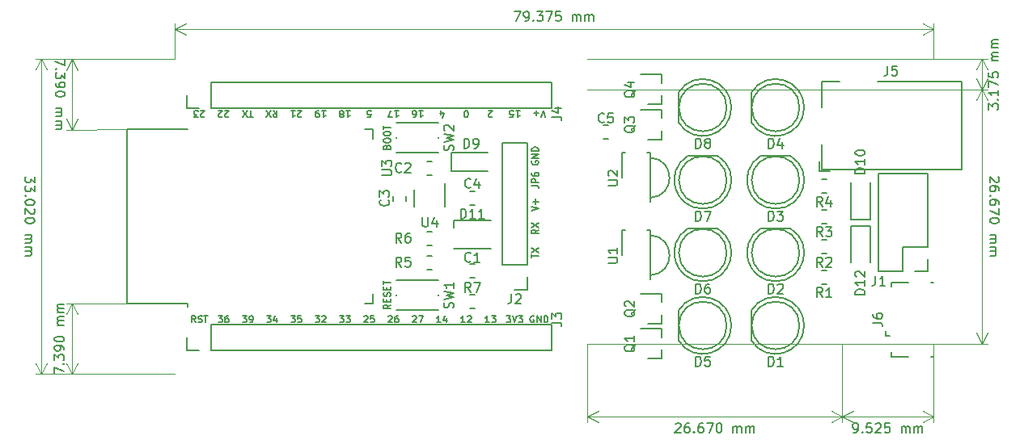
<source format=gbr>
G04 #@! TF.GenerationSoftware,KiCad,Pcbnew,(5.1.5-0-10_14)*
G04 #@! TF.CreationDate,2020-04-08T23:37:10-05:00*
G04 #@! TF.ProjectId,kbxIrBlaster,6b627849-7242-46c6-9173-7465722e6b69,rev?*
G04 #@! TF.SameCoordinates,Original*
G04 #@! TF.FileFunction,Legend,Top*
G04 #@! TF.FilePolarity,Positive*
%FSLAX46Y46*%
G04 Gerber Fmt 4.6, Leading zero omitted, Abs format (unit mm)*
G04 Created by KiCad (PCBNEW (5.1.5-0-10_14)) date 2020-04-08 23:37:10*
%MOMM*%
%LPD*%
G04 APERTURE LIST*
%ADD10C,0.150000*%
%ADD11C,0.120000*%
%ADD12C,0.200000*%
G04 APERTURE END LIST*
D10*
X156080666Y-77418333D02*
X156580666Y-77418333D01*
X156680666Y-77451666D01*
X156747333Y-77518333D01*
X156780666Y-77618333D01*
X156780666Y-77685000D01*
X156780666Y-77085000D02*
X156080666Y-77085000D01*
X156080666Y-76818333D01*
X156114000Y-76751666D01*
X156147333Y-76718333D01*
X156214000Y-76685000D01*
X156314000Y-76685000D01*
X156380666Y-76718333D01*
X156414000Y-76751666D01*
X156447333Y-76818333D01*
X156447333Y-77085000D01*
X156080666Y-76085000D02*
X156080666Y-76218333D01*
X156114000Y-76285000D01*
X156147333Y-76318333D01*
X156247333Y-76385000D01*
X156380666Y-76418333D01*
X156647333Y-76418333D01*
X156714000Y-76385000D01*
X156747333Y-76351666D01*
X156780666Y-76285000D01*
X156780666Y-76151666D01*
X156747333Y-76085000D01*
X156714000Y-76051666D01*
X156647333Y-76018333D01*
X156480666Y-76018333D01*
X156414000Y-76051666D01*
X156380666Y-76085000D01*
X156347333Y-76151666D01*
X156347333Y-76285000D01*
X156380666Y-76351666D01*
X156414000Y-76385000D01*
X156480666Y-76418333D01*
X106128070Y-97164083D02*
X106128972Y-96497417D01*
X107128391Y-96927341D01*
X107034249Y-96117689D02*
X107081932Y-96070134D01*
X107129487Y-96117818D01*
X107081803Y-96165372D01*
X107034249Y-96117689D01*
X107129487Y-96117818D01*
X106130003Y-95735513D02*
X106130841Y-95116466D01*
X106511342Y-95450314D01*
X106511535Y-95307457D01*
X106559283Y-95212284D01*
X106606966Y-95164729D01*
X106702269Y-95117239D01*
X106940364Y-95117561D01*
X107035537Y-95165309D01*
X107083092Y-95212992D01*
X107130582Y-95308295D01*
X107130195Y-95594009D01*
X107082447Y-95689182D01*
X107034764Y-95736737D01*
X107131484Y-94641629D02*
X107131742Y-94451153D01*
X107084252Y-94355850D01*
X107036697Y-94308167D01*
X106893969Y-94212736D01*
X106703557Y-94164859D01*
X106322605Y-94164343D01*
X106227303Y-94211833D01*
X106179620Y-94259388D01*
X106131872Y-94354562D01*
X106131614Y-94545038D01*
X106179104Y-94640340D01*
X106226659Y-94688023D01*
X106321832Y-94735771D01*
X106559927Y-94736094D01*
X106655230Y-94688603D01*
X106702913Y-94641049D01*
X106750661Y-94545875D01*
X106750919Y-94355399D01*
X106703429Y-94260097D01*
X106655874Y-94212413D01*
X106560700Y-94164665D01*
X106132967Y-93545038D02*
X106133096Y-93449800D01*
X106180844Y-93354627D01*
X106228527Y-93307072D01*
X106323830Y-93259582D01*
X106514370Y-93212221D01*
X106752465Y-93212543D01*
X106942877Y-93260420D01*
X107038050Y-93308168D01*
X107085605Y-93355851D01*
X107133095Y-93451154D01*
X107132966Y-93546392D01*
X107085218Y-93641565D01*
X107037535Y-93689120D01*
X106942232Y-93736610D01*
X106751692Y-93783971D01*
X106513597Y-93783649D01*
X106323185Y-93735772D01*
X106228012Y-93688024D01*
X106180457Y-93640341D01*
X106132967Y-93545038D01*
X107135028Y-92022584D02*
X106468362Y-92021681D01*
X106563600Y-92021810D02*
X106516046Y-91974127D01*
X106468555Y-91878824D01*
X106468749Y-91735967D01*
X106516497Y-91640794D01*
X106611799Y-91593304D01*
X107135608Y-91594012D01*
X106611799Y-91593304D02*
X106516625Y-91545556D01*
X106469135Y-91450253D01*
X106469329Y-91307396D01*
X106517077Y-91212223D01*
X106612379Y-91164733D01*
X107136188Y-91165441D01*
X107136832Y-90689251D02*
X106470166Y-90688349D01*
X106565404Y-90688478D02*
X106517850Y-90640795D01*
X106470360Y-90545492D01*
X106470553Y-90402635D01*
X106518301Y-90307462D01*
X106613603Y-90259972D01*
X107137412Y-90260680D01*
X106613603Y-90259972D02*
X106518430Y-90212224D01*
X106470940Y-90116921D01*
X106471133Y-89974064D01*
X106518881Y-89878891D01*
X106614183Y-89831401D01*
X107137992Y-89832109D01*
D11*
X107955714Y-89757261D02*
X107945714Y-97147261D01*
X113675000Y-89765000D02*
X107369294Y-89756467D01*
X113665000Y-97155000D02*
X107359294Y-97146467D01*
X107945714Y-97147261D02*
X107360818Y-96019965D01*
X107945714Y-97147261D02*
X108533659Y-96021552D01*
X107955714Y-89757261D02*
X107367769Y-90882970D01*
X107955714Y-89757261D02*
X108540610Y-90884557D01*
D10*
X104052619Y-76454523D02*
X104052619Y-77073571D01*
X103671666Y-76740238D01*
X103671666Y-76883095D01*
X103624047Y-76978333D01*
X103576428Y-77025952D01*
X103481190Y-77073571D01*
X103243095Y-77073571D01*
X103147857Y-77025952D01*
X103100238Y-76978333D01*
X103052619Y-76883095D01*
X103052619Y-76597380D01*
X103100238Y-76502142D01*
X103147857Y-76454523D01*
X104052619Y-77406904D02*
X104052619Y-78025952D01*
X103671666Y-77692619D01*
X103671666Y-77835476D01*
X103624047Y-77930714D01*
X103576428Y-77978333D01*
X103481190Y-78025952D01*
X103243095Y-78025952D01*
X103147857Y-77978333D01*
X103100238Y-77930714D01*
X103052619Y-77835476D01*
X103052619Y-77549761D01*
X103100238Y-77454523D01*
X103147857Y-77406904D01*
X103147857Y-78454523D02*
X103100238Y-78502142D01*
X103052619Y-78454523D01*
X103100238Y-78406904D01*
X103147857Y-78454523D01*
X103052619Y-78454523D01*
X104052619Y-79121190D02*
X104052619Y-79216428D01*
X104005000Y-79311666D01*
X103957380Y-79359285D01*
X103862142Y-79406904D01*
X103671666Y-79454523D01*
X103433571Y-79454523D01*
X103243095Y-79406904D01*
X103147857Y-79359285D01*
X103100238Y-79311666D01*
X103052619Y-79216428D01*
X103052619Y-79121190D01*
X103100238Y-79025952D01*
X103147857Y-78978333D01*
X103243095Y-78930714D01*
X103433571Y-78883095D01*
X103671666Y-78883095D01*
X103862142Y-78930714D01*
X103957380Y-78978333D01*
X104005000Y-79025952D01*
X104052619Y-79121190D01*
X103957380Y-79835476D02*
X104005000Y-79883095D01*
X104052619Y-79978333D01*
X104052619Y-80216428D01*
X104005000Y-80311666D01*
X103957380Y-80359285D01*
X103862142Y-80406904D01*
X103766904Y-80406904D01*
X103624047Y-80359285D01*
X103052619Y-79787857D01*
X103052619Y-80406904D01*
X104052619Y-81025952D02*
X104052619Y-81121190D01*
X104005000Y-81216428D01*
X103957380Y-81264047D01*
X103862142Y-81311666D01*
X103671666Y-81359285D01*
X103433571Y-81359285D01*
X103243095Y-81311666D01*
X103147857Y-81264047D01*
X103100238Y-81216428D01*
X103052619Y-81121190D01*
X103052619Y-81025952D01*
X103100238Y-80930714D01*
X103147857Y-80883095D01*
X103243095Y-80835476D01*
X103433571Y-80787857D01*
X103671666Y-80787857D01*
X103862142Y-80835476D01*
X103957380Y-80883095D01*
X104005000Y-80930714D01*
X104052619Y-81025952D01*
X103052619Y-82549761D02*
X103719285Y-82549761D01*
X103624047Y-82549761D02*
X103671666Y-82597380D01*
X103719285Y-82692619D01*
X103719285Y-82835476D01*
X103671666Y-82930714D01*
X103576428Y-82978333D01*
X103052619Y-82978333D01*
X103576428Y-82978333D02*
X103671666Y-83025952D01*
X103719285Y-83121190D01*
X103719285Y-83264047D01*
X103671666Y-83359285D01*
X103576428Y-83406904D01*
X103052619Y-83406904D01*
X103052619Y-83883095D02*
X103719285Y-83883095D01*
X103624047Y-83883095D02*
X103671666Y-83930714D01*
X103719285Y-84025952D01*
X103719285Y-84168809D01*
X103671666Y-84264047D01*
X103576428Y-84311666D01*
X103052619Y-84311666D01*
X103576428Y-84311666D02*
X103671666Y-84359285D01*
X103719285Y-84454523D01*
X103719285Y-84597380D01*
X103671666Y-84692619D01*
X103576428Y-84740238D01*
X103052619Y-84740238D01*
D11*
X104775000Y-64135000D02*
X104775000Y-97155000D01*
X118745000Y-64135000D02*
X104188579Y-64135000D01*
X118745000Y-97155000D02*
X104188579Y-97155000D01*
X104775000Y-97155000D02*
X104188579Y-96028496D01*
X104775000Y-97155000D02*
X105361421Y-96028496D01*
X104775000Y-64135000D02*
X104188579Y-65261504D01*
X104775000Y-64135000D02*
X105361421Y-65261504D01*
D10*
X107222448Y-64124435D02*
X107223350Y-64791101D01*
X106222771Y-64363883D01*
X106319104Y-65173278D02*
X106271550Y-65220961D01*
X106223866Y-65173406D01*
X106271421Y-65125723D01*
X106319104Y-65173278D01*
X106223866Y-65173406D01*
X107224381Y-65553005D02*
X107225219Y-66172052D01*
X106843816Y-65839235D01*
X106844009Y-65982092D01*
X106796519Y-66077394D01*
X106748964Y-66125078D01*
X106653791Y-66172826D01*
X106415696Y-66173148D01*
X106320393Y-66125658D01*
X106272710Y-66078103D01*
X106224962Y-65982929D01*
X106224575Y-65697215D01*
X106272065Y-65601913D01*
X106319620Y-65554230D01*
X106225864Y-66649596D02*
X106226122Y-66840072D01*
X106273870Y-66935245D01*
X106321553Y-66982800D01*
X106464539Y-67077844D01*
X106655079Y-67125206D01*
X107036031Y-67124690D01*
X107131205Y-67076942D01*
X107178760Y-67029259D01*
X107226250Y-66933956D01*
X107225992Y-66743480D01*
X107178244Y-66648307D01*
X107130561Y-66600752D01*
X107035258Y-66553262D01*
X106797163Y-66553584D01*
X106701990Y-66601332D01*
X106654435Y-66649016D01*
X106606945Y-66744318D01*
X106607203Y-66934794D01*
X106654951Y-67029968D01*
X106702634Y-67077522D01*
X106797936Y-67125012D01*
X107227345Y-67743479D02*
X107227474Y-67838717D01*
X107179984Y-67934020D01*
X107132429Y-67981703D01*
X107037256Y-68029451D01*
X106846844Y-68077328D01*
X106608749Y-68077650D01*
X106418209Y-68030289D01*
X106322906Y-67982799D01*
X106275223Y-67935244D01*
X106227475Y-67840071D01*
X106227346Y-67744833D01*
X106274836Y-67649530D01*
X106322391Y-67601847D01*
X106417564Y-67554099D01*
X106607976Y-67506222D01*
X106846071Y-67505900D01*
X107036611Y-67553261D01*
X107131914Y-67600751D01*
X107179597Y-67648306D01*
X107227345Y-67743479D01*
X106229408Y-69268641D02*
X106896074Y-69267739D01*
X106800836Y-69267868D02*
X106848520Y-69315422D01*
X106896267Y-69410596D01*
X106896461Y-69553453D01*
X106848971Y-69648755D01*
X106753797Y-69696503D01*
X106229988Y-69697212D01*
X106753797Y-69696503D02*
X106849099Y-69743993D01*
X106896847Y-69839167D01*
X106897041Y-69982024D01*
X106849551Y-70077326D01*
X106754377Y-70125074D01*
X106230568Y-70125783D01*
X106231212Y-70601973D02*
X106897878Y-70601071D01*
X106802640Y-70601200D02*
X106850324Y-70648754D01*
X106898072Y-70743928D01*
X106898265Y-70886785D01*
X106850775Y-70982087D01*
X106755601Y-71029835D01*
X106231792Y-71030544D01*
X106755601Y-71029835D02*
X106850904Y-71077325D01*
X106898652Y-71172499D01*
X106898845Y-71315356D01*
X106851355Y-71410658D01*
X106756181Y-71458406D01*
X106232372Y-71459115D01*
D11*
X107954855Y-71532740D02*
X107944855Y-64142740D01*
X113675000Y-71525000D02*
X107368435Y-71533534D01*
X113665000Y-64135000D02*
X107358435Y-64143534D01*
X107944855Y-64142740D02*
X108532800Y-65268449D01*
X107944855Y-64142740D02*
X107359959Y-65270036D01*
X107954855Y-71532740D02*
X108539751Y-70405444D01*
X107954855Y-71532740D02*
X107366910Y-70407031D01*
D10*
X189786071Y-103322380D02*
X189976547Y-103322380D01*
X190071785Y-103274761D01*
X190119404Y-103227142D01*
X190214642Y-103084285D01*
X190262261Y-102893809D01*
X190262261Y-102512857D01*
X190214642Y-102417619D01*
X190167023Y-102370000D01*
X190071785Y-102322380D01*
X189881309Y-102322380D01*
X189786071Y-102370000D01*
X189738452Y-102417619D01*
X189690833Y-102512857D01*
X189690833Y-102750952D01*
X189738452Y-102846190D01*
X189786071Y-102893809D01*
X189881309Y-102941428D01*
X190071785Y-102941428D01*
X190167023Y-102893809D01*
X190214642Y-102846190D01*
X190262261Y-102750952D01*
X190690833Y-103227142D02*
X190738452Y-103274761D01*
X190690833Y-103322380D01*
X190643214Y-103274761D01*
X190690833Y-103227142D01*
X190690833Y-103322380D01*
X191643214Y-102322380D02*
X191167023Y-102322380D01*
X191119404Y-102798571D01*
X191167023Y-102750952D01*
X191262261Y-102703333D01*
X191500357Y-102703333D01*
X191595595Y-102750952D01*
X191643214Y-102798571D01*
X191690833Y-102893809D01*
X191690833Y-103131904D01*
X191643214Y-103227142D01*
X191595595Y-103274761D01*
X191500357Y-103322380D01*
X191262261Y-103322380D01*
X191167023Y-103274761D01*
X191119404Y-103227142D01*
X192071785Y-102417619D02*
X192119404Y-102370000D01*
X192214642Y-102322380D01*
X192452738Y-102322380D01*
X192547976Y-102370000D01*
X192595595Y-102417619D01*
X192643214Y-102512857D01*
X192643214Y-102608095D01*
X192595595Y-102750952D01*
X192024166Y-103322380D01*
X192643214Y-103322380D01*
X193547976Y-102322380D02*
X193071785Y-102322380D01*
X193024166Y-102798571D01*
X193071785Y-102750952D01*
X193167023Y-102703333D01*
X193405119Y-102703333D01*
X193500357Y-102750952D01*
X193547976Y-102798571D01*
X193595595Y-102893809D01*
X193595595Y-103131904D01*
X193547976Y-103227142D01*
X193500357Y-103274761D01*
X193405119Y-103322380D01*
X193167023Y-103322380D01*
X193071785Y-103274761D01*
X193024166Y-103227142D01*
X194786071Y-103322380D02*
X194786071Y-102655714D01*
X194786071Y-102750952D02*
X194833690Y-102703333D01*
X194928928Y-102655714D01*
X195071785Y-102655714D01*
X195167023Y-102703333D01*
X195214642Y-102798571D01*
X195214642Y-103322380D01*
X195214642Y-102798571D02*
X195262261Y-102703333D01*
X195357500Y-102655714D01*
X195500357Y-102655714D01*
X195595595Y-102703333D01*
X195643214Y-102798571D01*
X195643214Y-103322380D01*
X196119404Y-103322380D02*
X196119404Y-102655714D01*
X196119404Y-102750952D02*
X196167023Y-102703333D01*
X196262261Y-102655714D01*
X196405119Y-102655714D01*
X196500357Y-102703333D01*
X196547976Y-102798571D01*
X196547976Y-103322380D01*
X196547976Y-102798571D02*
X196595595Y-102703333D01*
X196690833Y-102655714D01*
X196833690Y-102655714D01*
X196928928Y-102703333D01*
X196976547Y-102798571D01*
X196976547Y-103322380D01*
D11*
X188595000Y-101600000D02*
X198120000Y-101600000D01*
X188595000Y-93980000D02*
X188595000Y-102186421D01*
X198120000Y-93980000D02*
X198120000Y-102186421D01*
X198120000Y-101600000D02*
X196993496Y-102186421D01*
X198120000Y-101600000D02*
X196993496Y-101013579D01*
X188595000Y-101600000D02*
X189721504Y-102186421D01*
X188595000Y-101600000D02*
X189721504Y-101013579D01*
D10*
X203922380Y-69436785D02*
X203922380Y-68817738D01*
X204303333Y-69151071D01*
X204303333Y-69008214D01*
X204350952Y-68912976D01*
X204398571Y-68865357D01*
X204493809Y-68817738D01*
X204731904Y-68817738D01*
X204827142Y-68865357D01*
X204874761Y-68912976D01*
X204922380Y-69008214D01*
X204922380Y-69293928D01*
X204874761Y-69389166D01*
X204827142Y-69436785D01*
X204827142Y-68389166D02*
X204874761Y-68341547D01*
X204922380Y-68389166D01*
X204874761Y-68436785D01*
X204827142Y-68389166D01*
X204922380Y-68389166D01*
X204922380Y-67389166D02*
X204922380Y-67960595D01*
X204922380Y-67674880D02*
X203922380Y-67674880D01*
X204065238Y-67770119D01*
X204160476Y-67865357D01*
X204208095Y-67960595D01*
X203922380Y-67055833D02*
X203922380Y-66389166D01*
X204922380Y-66817738D01*
X203922380Y-65532023D02*
X203922380Y-66008214D01*
X204398571Y-66055833D01*
X204350952Y-66008214D01*
X204303333Y-65912976D01*
X204303333Y-65674880D01*
X204350952Y-65579642D01*
X204398571Y-65532023D01*
X204493809Y-65484404D01*
X204731904Y-65484404D01*
X204827142Y-65532023D01*
X204874761Y-65579642D01*
X204922380Y-65674880D01*
X204922380Y-65912976D01*
X204874761Y-66008214D01*
X204827142Y-66055833D01*
X204922380Y-64293928D02*
X204255714Y-64293928D01*
X204350952Y-64293928D02*
X204303333Y-64246309D01*
X204255714Y-64151071D01*
X204255714Y-64008214D01*
X204303333Y-63912976D01*
X204398571Y-63865357D01*
X204922380Y-63865357D01*
X204398571Y-63865357D02*
X204303333Y-63817738D01*
X204255714Y-63722500D01*
X204255714Y-63579642D01*
X204303333Y-63484404D01*
X204398571Y-63436785D01*
X204922380Y-63436785D01*
X204922380Y-62960595D02*
X204255714Y-62960595D01*
X204350952Y-62960595D02*
X204303333Y-62912976D01*
X204255714Y-62817738D01*
X204255714Y-62674880D01*
X204303333Y-62579642D01*
X204398571Y-62532023D01*
X204922380Y-62532023D01*
X204398571Y-62532023D02*
X204303333Y-62484404D01*
X204255714Y-62389166D01*
X204255714Y-62246309D01*
X204303333Y-62151071D01*
X204398571Y-62103452D01*
X204922380Y-62103452D01*
D11*
X203200000Y-67310000D02*
X203200000Y-64135000D01*
X161925000Y-67310000D02*
X203786421Y-67310000D01*
X161925000Y-64135000D02*
X203786421Y-64135000D01*
X203200000Y-64135000D02*
X203786421Y-65261504D01*
X203200000Y-64135000D02*
X202613579Y-65261504D01*
X203200000Y-67310000D02*
X203786421Y-66183496D01*
X203200000Y-67310000D02*
X202613579Y-66183496D01*
D10*
X204922380Y-76502142D02*
X204970000Y-76549761D01*
X205017619Y-76645000D01*
X205017619Y-76883095D01*
X204970000Y-76978333D01*
X204922380Y-77025952D01*
X204827142Y-77073571D01*
X204731904Y-77073571D01*
X204589047Y-77025952D01*
X204017619Y-76454523D01*
X204017619Y-77073571D01*
X205017619Y-77930714D02*
X205017619Y-77740238D01*
X204970000Y-77645000D01*
X204922380Y-77597380D01*
X204779523Y-77502142D01*
X204589047Y-77454523D01*
X204208095Y-77454523D01*
X204112857Y-77502142D01*
X204065238Y-77549761D01*
X204017619Y-77645000D01*
X204017619Y-77835476D01*
X204065238Y-77930714D01*
X204112857Y-77978333D01*
X204208095Y-78025952D01*
X204446190Y-78025952D01*
X204541428Y-77978333D01*
X204589047Y-77930714D01*
X204636666Y-77835476D01*
X204636666Y-77645000D01*
X204589047Y-77549761D01*
X204541428Y-77502142D01*
X204446190Y-77454523D01*
X204112857Y-78454523D02*
X204065238Y-78502142D01*
X204017619Y-78454523D01*
X204065238Y-78406904D01*
X204112857Y-78454523D01*
X204017619Y-78454523D01*
X205017619Y-79359285D02*
X205017619Y-79168809D01*
X204970000Y-79073571D01*
X204922380Y-79025952D01*
X204779523Y-78930714D01*
X204589047Y-78883095D01*
X204208095Y-78883095D01*
X204112857Y-78930714D01*
X204065238Y-78978333D01*
X204017619Y-79073571D01*
X204017619Y-79264047D01*
X204065238Y-79359285D01*
X204112857Y-79406904D01*
X204208095Y-79454523D01*
X204446190Y-79454523D01*
X204541428Y-79406904D01*
X204589047Y-79359285D01*
X204636666Y-79264047D01*
X204636666Y-79073571D01*
X204589047Y-78978333D01*
X204541428Y-78930714D01*
X204446190Y-78883095D01*
X205017619Y-79787857D02*
X205017619Y-80454523D01*
X204017619Y-80025952D01*
X205017619Y-81025952D02*
X205017619Y-81121190D01*
X204970000Y-81216428D01*
X204922380Y-81264047D01*
X204827142Y-81311666D01*
X204636666Y-81359285D01*
X204398571Y-81359285D01*
X204208095Y-81311666D01*
X204112857Y-81264047D01*
X204065238Y-81216428D01*
X204017619Y-81121190D01*
X204017619Y-81025952D01*
X204065238Y-80930714D01*
X204112857Y-80883095D01*
X204208095Y-80835476D01*
X204398571Y-80787857D01*
X204636666Y-80787857D01*
X204827142Y-80835476D01*
X204922380Y-80883095D01*
X204970000Y-80930714D01*
X205017619Y-81025952D01*
X204017619Y-82549761D02*
X204684285Y-82549761D01*
X204589047Y-82549761D02*
X204636666Y-82597380D01*
X204684285Y-82692619D01*
X204684285Y-82835476D01*
X204636666Y-82930714D01*
X204541428Y-82978333D01*
X204017619Y-82978333D01*
X204541428Y-82978333D02*
X204636666Y-83025952D01*
X204684285Y-83121190D01*
X204684285Y-83264047D01*
X204636666Y-83359285D01*
X204541428Y-83406904D01*
X204017619Y-83406904D01*
X204017619Y-83883095D02*
X204684285Y-83883095D01*
X204589047Y-83883095D02*
X204636666Y-83930714D01*
X204684285Y-84025952D01*
X204684285Y-84168809D01*
X204636666Y-84264047D01*
X204541428Y-84311666D01*
X204017619Y-84311666D01*
X204541428Y-84311666D02*
X204636666Y-84359285D01*
X204684285Y-84454523D01*
X204684285Y-84597380D01*
X204636666Y-84692619D01*
X204541428Y-84740238D01*
X204017619Y-84740238D01*
D11*
X203200000Y-67310000D02*
X203200000Y-93980000D01*
X161925000Y-67310000D02*
X203786421Y-67310000D01*
X161925000Y-93980000D02*
X203786421Y-93980000D01*
X203200000Y-93980000D02*
X202613579Y-92853496D01*
X203200000Y-93980000D02*
X203786421Y-92853496D01*
X203200000Y-67310000D02*
X202613579Y-68436504D01*
X203200000Y-67310000D02*
X203786421Y-68436504D01*
D10*
X171117142Y-102417618D02*
X171164761Y-102369999D01*
X171260000Y-102322379D01*
X171498095Y-102322379D01*
X171593333Y-102369999D01*
X171640952Y-102417618D01*
X171688571Y-102512856D01*
X171688571Y-102608094D01*
X171640952Y-102750951D01*
X171069523Y-103322379D01*
X171688571Y-103322379D01*
X172545714Y-102322379D02*
X172355238Y-102322379D01*
X172260000Y-102369999D01*
X172212380Y-102417618D01*
X172117142Y-102560475D01*
X172069523Y-102750951D01*
X172069523Y-103131903D01*
X172117142Y-103227141D01*
X172164761Y-103274760D01*
X172260000Y-103322379D01*
X172450476Y-103322379D01*
X172545714Y-103274760D01*
X172593333Y-103227141D01*
X172640952Y-103131903D01*
X172640952Y-102893808D01*
X172593333Y-102798570D01*
X172545714Y-102750951D01*
X172450476Y-102703332D01*
X172260000Y-102703332D01*
X172164761Y-102750951D01*
X172117142Y-102798570D01*
X172069523Y-102893808D01*
X173069523Y-103227141D02*
X173117142Y-103274760D01*
X173069523Y-103322379D01*
X173021904Y-103274760D01*
X173069523Y-103227141D01*
X173069523Y-103322379D01*
X173974285Y-102322379D02*
X173783809Y-102322379D01*
X173688571Y-102369999D01*
X173640952Y-102417618D01*
X173545714Y-102560475D01*
X173498095Y-102750951D01*
X173498095Y-103131903D01*
X173545714Y-103227141D01*
X173593333Y-103274760D01*
X173688571Y-103322379D01*
X173879047Y-103322379D01*
X173974285Y-103274760D01*
X174021904Y-103227141D01*
X174069523Y-103131903D01*
X174069523Y-102893808D01*
X174021904Y-102798570D01*
X173974285Y-102750951D01*
X173879047Y-102703332D01*
X173688571Y-102703332D01*
X173593333Y-102750951D01*
X173545714Y-102798570D01*
X173498095Y-102893808D01*
X174402857Y-102322379D02*
X175069523Y-102322379D01*
X174640952Y-103322379D01*
X175640952Y-102322379D02*
X175736190Y-102322379D01*
X175831428Y-102369999D01*
X175879047Y-102417618D01*
X175926666Y-102512856D01*
X175974285Y-102703332D01*
X175974285Y-102941427D01*
X175926666Y-103131903D01*
X175879047Y-103227141D01*
X175831428Y-103274760D01*
X175736190Y-103322379D01*
X175640952Y-103322379D01*
X175545714Y-103274760D01*
X175498095Y-103227141D01*
X175450476Y-103131903D01*
X175402857Y-102941427D01*
X175402857Y-102703332D01*
X175450476Y-102512856D01*
X175498095Y-102417618D01*
X175545714Y-102369999D01*
X175640952Y-102322379D01*
X177164761Y-103322379D02*
X177164761Y-102655713D01*
X177164761Y-102750951D02*
X177212380Y-102703332D01*
X177307619Y-102655713D01*
X177450476Y-102655713D01*
X177545714Y-102703332D01*
X177593333Y-102798570D01*
X177593333Y-103322379D01*
X177593333Y-102798570D02*
X177640952Y-102703332D01*
X177736190Y-102655713D01*
X177879047Y-102655713D01*
X177974285Y-102703332D01*
X178021904Y-102798570D01*
X178021904Y-103322379D01*
X178498095Y-103322379D02*
X178498095Y-102655713D01*
X178498095Y-102750951D02*
X178545714Y-102703332D01*
X178640952Y-102655713D01*
X178783809Y-102655713D01*
X178879047Y-102703332D01*
X178926666Y-102798570D01*
X178926666Y-103322379D01*
X178926666Y-102798570D02*
X178974285Y-102703332D01*
X179069523Y-102655713D01*
X179212380Y-102655713D01*
X179307619Y-102703332D01*
X179355238Y-102798570D01*
X179355238Y-103322379D01*
D11*
X161925000Y-101599999D02*
X188595000Y-101599999D01*
X161925000Y-93980000D02*
X161925000Y-102186420D01*
X188595000Y-93980000D02*
X188595000Y-102186420D01*
X188595000Y-101599999D02*
X187468496Y-102186420D01*
X188595000Y-101599999D02*
X187468496Y-101013578D01*
X161925000Y-101599999D02*
X163051504Y-102186420D01*
X161925000Y-101599999D02*
X163051504Y-101013578D01*
D10*
X154242023Y-59142380D02*
X154908690Y-59142380D01*
X154480119Y-60142380D01*
X155337261Y-60142380D02*
X155527738Y-60142380D01*
X155622976Y-60094761D01*
X155670595Y-60047142D01*
X155765833Y-59904285D01*
X155813452Y-59713809D01*
X155813452Y-59332857D01*
X155765833Y-59237619D01*
X155718214Y-59190000D01*
X155622976Y-59142380D01*
X155432500Y-59142380D01*
X155337261Y-59190000D01*
X155289642Y-59237619D01*
X155242023Y-59332857D01*
X155242023Y-59570952D01*
X155289642Y-59666190D01*
X155337261Y-59713809D01*
X155432500Y-59761428D01*
X155622976Y-59761428D01*
X155718214Y-59713809D01*
X155765833Y-59666190D01*
X155813452Y-59570952D01*
X156242023Y-60047142D02*
X156289642Y-60094761D01*
X156242023Y-60142380D01*
X156194404Y-60094761D01*
X156242023Y-60047142D01*
X156242023Y-60142380D01*
X156622976Y-59142380D02*
X157242023Y-59142380D01*
X156908690Y-59523333D01*
X157051547Y-59523333D01*
X157146785Y-59570952D01*
X157194404Y-59618571D01*
X157242023Y-59713809D01*
X157242023Y-59951904D01*
X157194404Y-60047142D01*
X157146785Y-60094761D01*
X157051547Y-60142380D01*
X156765833Y-60142380D01*
X156670595Y-60094761D01*
X156622976Y-60047142D01*
X157575357Y-59142380D02*
X158242023Y-59142380D01*
X157813452Y-60142380D01*
X159099166Y-59142380D02*
X158622976Y-59142380D01*
X158575357Y-59618571D01*
X158622976Y-59570952D01*
X158718214Y-59523333D01*
X158956309Y-59523333D01*
X159051547Y-59570952D01*
X159099166Y-59618571D01*
X159146785Y-59713809D01*
X159146785Y-59951904D01*
X159099166Y-60047142D01*
X159051547Y-60094761D01*
X158956309Y-60142380D01*
X158718214Y-60142380D01*
X158622976Y-60094761D01*
X158575357Y-60047142D01*
X160337261Y-60142380D02*
X160337261Y-59475714D01*
X160337261Y-59570952D02*
X160384880Y-59523333D01*
X160480119Y-59475714D01*
X160622976Y-59475714D01*
X160718214Y-59523333D01*
X160765833Y-59618571D01*
X160765833Y-60142380D01*
X160765833Y-59618571D02*
X160813452Y-59523333D01*
X160908690Y-59475714D01*
X161051547Y-59475714D01*
X161146785Y-59523333D01*
X161194404Y-59618571D01*
X161194404Y-60142380D01*
X161670595Y-60142380D02*
X161670595Y-59475714D01*
X161670595Y-59570952D02*
X161718214Y-59523333D01*
X161813452Y-59475714D01*
X161956309Y-59475714D01*
X162051547Y-59523333D01*
X162099166Y-59618571D01*
X162099166Y-60142380D01*
X162099166Y-59618571D02*
X162146785Y-59523333D01*
X162242023Y-59475714D01*
X162384880Y-59475714D01*
X162480119Y-59523333D01*
X162527738Y-59618571D01*
X162527738Y-60142380D01*
D11*
X118745000Y-60960000D02*
X198120000Y-60960000D01*
X118745000Y-64135000D02*
X118745000Y-60373579D01*
X198120000Y-64135000D02*
X198120000Y-60373579D01*
X198120000Y-60960000D02*
X196993496Y-61546421D01*
X198120000Y-60960000D02*
X196993496Y-60373579D01*
X118745000Y-60960000D02*
X119871504Y-61546421D01*
X118745000Y-60960000D02*
X119871504Y-60373579D01*
D10*
X156114000Y-74828333D02*
X156080666Y-74895000D01*
X156080666Y-74995000D01*
X156114000Y-75095000D01*
X156180666Y-75161666D01*
X156247333Y-75195000D01*
X156380666Y-75228333D01*
X156480666Y-75228333D01*
X156614000Y-75195000D01*
X156680666Y-75161666D01*
X156747333Y-75095000D01*
X156780666Y-74995000D01*
X156780666Y-74928333D01*
X156747333Y-74828333D01*
X156714000Y-74795000D01*
X156480666Y-74795000D01*
X156480666Y-74928333D01*
X156780666Y-74495000D02*
X156080666Y-74495000D01*
X156780666Y-74095000D01*
X156080666Y-74095000D01*
X156780666Y-73761666D02*
X156080666Y-73761666D01*
X156080666Y-73595000D01*
X156114000Y-73495000D01*
X156180666Y-73428333D01*
X156247333Y-73395000D01*
X156380666Y-73361666D01*
X156480666Y-73361666D01*
X156614000Y-73395000D01*
X156680666Y-73428333D01*
X156747333Y-73495000D01*
X156780666Y-73595000D01*
X156780666Y-73761666D01*
X156080666Y-84988333D02*
X156080666Y-84588333D01*
X156780666Y-84788333D02*
X156080666Y-84788333D01*
X156080666Y-84421666D02*
X156780666Y-83955000D01*
X156080666Y-83955000D02*
X156780666Y-84421666D01*
X156780666Y-82031666D02*
X156447333Y-82265000D01*
X156780666Y-82431666D02*
X156080666Y-82431666D01*
X156080666Y-82165000D01*
X156114000Y-82098333D01*
X156147333Y-82065000D01*
X156214000Y-82031666D01*
X156314000Y-82031666D01*
X156380666Y-82065000D01*
X156414000Y-82098333D01*
X156447333Y-82165000D01*
X156447333Y-82431666D01*
X156080666Y-81798333D02*
X156780666Y-81331666D01*
X156080666Y-81331666D02*
X156780666Y-81798333D01*
X156080666Y-80041666D02*
X156780666Y-79808333D01*
X156080666Y-79575000D01*
X156514000Y-79341666D02*
X156514000Y-78808333D01*
X156780666Y-79075000D02*
X156247333Y-79075000D01*
X140920000Y-73340000D02*
X140953333Y-73240000D01*
X140986666Y-73206666D01*
X141053333Y-73173333D01*
X141153333Y-73173333D01*
X141220000Y-73206666D01*
X141253333Y-73240000D01*
X141286666Y-73306666D01*
X141286666Y-73573333D01*
X140586666Y-73573333D01*
X140586666Y-73340000D01*
X140620000Y-73273333D01*
X140653333Y-73240000D01*
X140720000Y-73206666D01*
X140786666Y-73206666D01*
X140853333Y-73240000D01*
X140886666Y-73273333D01*
X140920000Y-73340000D01*
X140920000Y-73573333D01*
X140586666Y-72740000D02*
X140586666Y-72606666D01*
X140620000Y-72540000D01*
X140686666Y-72473333D01*
X140820000Y-72440000D01*
X141053333Y-72440000D01*
X141186666Y-72473333D01*
X141253333Y-72540000D01*
X141286666Y-72606666D01*
X141286666Y-72740000D01*
X141253333Y-72806666D01*
X141186666Y-72873333D01*
X141053333Y-72906666D01*
X140820000Y-72906666D01*
X140686666Y-72873333D01*
X140620000Y-72806666D01*
X140586666Y-72740000D01*
X140586666Y-72006666D02*
X140586666Y-71873333D01*
X140620000Y-71806666D01*
X140686666Y-71740000D01*
X140820000Y-71706666D01*
X141053333Y-71706666D01*
X141186666Y-71740000D01*
X141253333Y-71806666D01*
X141286666Y-71873333D01*
X141286666Y-72006666D01*
X141253333Y-72073333D01*
X141186666Y-72140000D01*
X141053333Y-72173333D01*
X140820000Y-72173333D01*
X140686666Y-72140000D01*
X140620000Y-72073333D01*
X140586666Y-72006666D01*
X140586666Y-71506666D02*
X140586666Y-71106666D01*
X141286666Y-71306666D02*
X140586666Y-71306666D01*
X141286666Y-89916666D02*
X140953333Y-90150000D01*
X141286666Y-90316666D02*
X140586666Y-90316666D01*
X140586666Y-90050000D01*
X140620000Y-89983333D01*
X140653333Y-89950000D01*
X140720000Y-89916666D01*
X140820000Y-89916666D01*
X140886666Y-89950000D01*
X140920000Y-89983333D01*
X140953333Y-90050000D01*
X140953333Y-90316666D01*
X140920000Y-89616666D02*
X140920000Y-89383333D01*
X141286666Y-89283333D02*
X141286666Y-89616666D01*
X140586666Y-89616666D01*
X140586666Y-89283333D01*
X141253333Y-89016666D02*
X141286666Y-88916666D01*
X141286666Y-88750000D01*
X141253333Y-88683333D01*
X141220000Y-88650000D01*
X141153333Y-88616666D01*
X141086666Y-88616666D01*
X141020000Y-88650000D01*
X140986666Y-88683333D01*
X140953333Y-88750000D01*
X140920000Y-88883333D01*
X140886666Y-88950000D01*
X140853333Y-88983333D01*
X140786666Y-89016666D01*
X140720000Y-89016666D01*
X140653333Y-88983333D01*
X140620000Y-88950000D01*
X140586666Y-88883333D01*
X140586666Y-88716666D01*
X140620000Y-88616666D01*
X140920000Y-88316666D02*
X140920000Y-88083333D01*
X141286666Y-87983333D02*
X141286666Y-88316666D01*
X140586666Y-88316666D01*
X140586666Y-87983333D01*
X140586666Y-87783333D02*
X140586666Y-87383333D01*
X141286666Y-87583333D02*
X140586666Y-87583333D01*
X121818333Y-70166666D02*
X121785000Y-70200000D01*
X121718333Y-70233333D01*
X121551666Y-70233333D01*
X121485000Y-70200000D01*
X121451666Y-70166666D01*
X121418333Y-70100000D01*
X121418333Y-70033333D01*
X121451666Y-69933333D01*
X121851666Y-69533333D01*
X121418333Y-69533333D01*
X121185000Y-70233333D02*
X120751666Y-70233333D01*
X120985000Y-69966666D01*
X120885000Y-69966666D01*
X120818333Y-69933333D01*
X120785000Y-69900000D01*
X120751666Y-69833333D01*
X120751666Y-69666666D01*
X120785000Y-69600000D01*
X120818333Y-69566666D01*
X120885000Y-69533333D01*
X121085000Y-69533333D01*
X121151666Y-69566666D01*
X121185000Y-69600000D01*
X124358333Y-70166666D02*
X124325000Y-70200000D01*
X124258333Y-70233333D01*
X124091666Y-70233333D01*
X124025000Y-70200000D01*
X123991666Y-70166666D01*
X123958333Y-70100000D01*
X123958333Y-70033333D01*
X123991666Y-69933333D01*
X124391666Y-69533333D01*
X123958333Y-69533333D01*
X123691666Y-70166666D02*
X123658333Y-70200000D01*
X123591666Y-70233333D01*
X123425000Y-70233333D01*
X123358333Y-70200000D01*
X123325000Y-70166666D01*
X123291666Y-70100000D01*
X123291666Y-70033333D01*
X123325000Y-69933333D01*
X123725000Y-69533333D01*
X123291666Y-69533333D01*
X126898333Y-70233333D02*
X126498333Y-70233333D01*
X126698333Y-69533333D02*
X126698333Y-70233333D01*
X126331666Y-70233333D02*
X125865000Y-69533333D01*
X125865000Y-70233333D02*
X126331666Y-69533333D01*
X129021666Y-69533333D02*
X129255000Y-69866666D01*
X129421666Y-69533333D02*
X129421666Y-70233333D01*
X129155000Y-70233333D01*
X129088333Y-70200000D01*
X129055000Y-70166666D01*
X129021666Y-70100000D01*
X129021666Y-70000000D01*
X129055000Y-69933333D01*
X129088333Y-69900000D01*
X129155000Y-69866666D01*
X129421666Y-69866666D01*
X128788333Y-70233333D02*
X128321666Y-69533333D01*
X128321666Y-70233333D02*
X128788333Y-69533333D01*
X131978333Y-70166666D02*
X131945000Y-70200000D01*
X131878333Y-70233333D01*
X131711666Y-70233333D01*
X131645000Y-70200000D01*
X131611666Y-70166666D01*
X131578333Y-70100000D01*
X131578333Y-70033333D01*
X131611666Y-69933333D01*
X132011666Y-69533333D01*
X131578333Y-69533333D01*
X130911666Y-69533333D02*
X131311666Y-69533333D01*
X131111666Y-69533333D02*
X131111666Y-70233333D01*
X131178333Y-70133333D01*
X131245000Y-70066666D01*
X131311666Y-70033333D01*
X134118333Y-69533333D02*
X134518333Y-69533333D01*
X134318333Y-69533333D02*
X134318333Y-70233333D01*
X134385000Y-70133333D01*
X134451666Y-70066666D01*
X134518333Y-70033333D01*
X133785000Y-69533333D02*
X133651666Y-69533333D01*
X133585000Y-69566666D01*
X133551666Y-69600000D01*
X133485000Y-69700000D01*
X133451666Y-69833333D01*
X133451666Y-70100000D01*
X133485000Y-70166666D01*
X133518333Y-70200000D01*
X133585000Y-70233333D01*
X133718333Y-70233333D01*
X133785000Y-70200000D01*
X133818333Y-70166666D01*
X133851666Y-70100000D01*
X133851666Y-69933333D01*
X133818333Y-69866666D01*
X133785000Y-69833333D01*
X133718333Y-69800000D01*
X133585000Y-69800000D01*
X133518333Y-69833333D01*
X133485000Y-69866666D01*
X133451666Y-69933333D01*
X136658333Y-69533333D02*
X137058333Y-69533333D01*
X136858333Y-69533333D02*
X136858333Y-70233333D01*
X136925000Y-70133333D01*
X136991666Y-70066666D01*
X137058333Y-70033333D01*
X136258333Y-69933333D02*
X136325000Y-69966666D01*
X136358333Y-70000000D01*
X136391666Y-70066666D01*
X136391666Y-70100000D01*
X136358333Y-70166666D01*
X136325000Y-70200000D01*
X136258333Y-70233333D01*
X136125000Y-70233333D01*
X136058333Y-70200000D01*
X136025000Y-70166666D01*
X135991666Y-70100000D01*
X135991666Y-70066666D01*
X136025000Y-70000000D01*
X136058333Y-69966666D01*
X136125000Y-69933333D01*
X136258333Y-69933333D01*
X136325000Y-69900000D01*
X136358333Y-69866666D01*
X136391666Y-69800000D01*
X136391666Y-69666666D01*
X136358333Y-69600000D01*
X136325000Y-69566666D01*
X136258333Y-69533333D01*
X136125000Y-69533333D01*
X136058333Y-69566666D01*
X136025000Y-69600000D01*
X135991666Y-69666666D01*
X135991666Y-69800000D01*
X136025000Y-69866666D01*
X136058333Y-69900000D01*
X136125000Y-69933333D01*
X138898333Y-70233333D02*
X139231666Y-70233333D01*
X139265000Y-69900000D01*
X139231666Y-69933333D01*
X139165000Y-69966666D01*
X138998333Y-69966666D01*
X138931666Y-69933333D01*
X138898333Y-69900000D01*
X138865000Y-69833333D01*
X138865000Y-69666666D01*
X138898333Y-69600000D01*
X138931666Y-69566666D01*
X138998333Y-69533333D01*
X139165000Y-69533333D01*
X139231666Y-69566666D01*
X139265000Y-69600000D01*
X141738333Y-69533333D02*
X142138333Y-69533333D01*
X141938333Y-69533333D02*
X141938333Y-70233333D01*
X142005000Y-70133333D01*
X142071666Y-70066666D01*
X142138333Y-70033333D01*
X141505000Y-70233333D02*
X141038333Y-70233333D01*
X141338333Y-69533333D01*
X144278333Y-69533333D02*
X144678333Y-69533333D01*
X144478333Y-69533333D02*
X144478333Y-70233333D01*
X144545000Y-70133333D01*
X144611666Y-70066666D01*
X144678333Y-70033333D01*
X143678333Y-70233333D02*
X143811666Y-70233333D01*
X143878333Y-70200000D01*
X143911666Y-70166666D01*
X143978333Y-70066666D01*
X144011666Y-69933333D01*
X144011666Y-69666666D01*
X143978333Y-69600000D01*
X143945000Y-69566666D01*
X143878333Y-69533333D01*
X143745000Y-69533333D01*
X143678333Y-69566666D01*
X143645000Y-69600000D01*
X143611666Y-69666666D01*
X143611666Y-69833333D01*
X143645000Y-69900000D01*
X143678333Y-69933333D01*
X143745000Y-69966666D01*
X143878333Y-69966666D01*
X143945000Y-69933333D01*
X143978333Y-69900000D01*
X144011666Y-69833333D01*
X146551666Y-70000000D02*
X146551666Y-69533333D01*
X146718333Y-70266666D02*
X146885000Y-69766666D01*
X146451666Y-69766666D01*
X149258333Y-70233333D02*
X149191666Y-70233333D01*
X149125000Y-70200000D01*
X149091666Y-70166666D01*
X149058333Y-70100000D01*
X149025000Y-69966666D01*
X149025000Y-69800000D01*
X149058333Y-69666666D01*
X149091666Y-69600000D01*
X149125000Y-69566666D01*
X149191666Y-69533333D01*
X149258333Y-69533333D01*
X149325000Y-69566666D01*
X149358333Y-69600000D01*
X149391666Y-69666666D01*
X149425000Y-69800000D01*
X149425000Y-69966666D01*
X149391666Y-70100000D01*
X149358333Y-70166666D01*
X149325000Y-70200000D01*
X149258333Y-70233333D01*
X151965000Y-70166666D02*
X151931666Y-70200000D01*
X151865000Y-70233333D01*
X151698333Y-70233333D01*
X151631666Y-70200000D01*
X151598333Y-70166666D01*
X151565000Y-70100000D01*
X151565000Y-70033333D01*
X151598333Y-69933333D01*
X151998333Y-69533333D01*
X151565000Y-69533333D01*
X154438333Y-69533333D02*
X154838333Y-69533333D01*
X154638333Y-69533333D02*
X154638333Y-70233333D01*
X154705000Y-70133333D01*
X154771666Y-70066666D01*
X154838333Y-70033333D01*
X153805000Y-70233333D02*
X154138333Y-70233333D01*
X154171666Y-69900000D01*
X154138333Y-69933333D01*
X154071666Y-69966666D01*
X153905000Y-69966666D01*
X153838333Y-69933333D01*
X153805000Y-69900000D01*
X153771666Y-69833333D01*
X153771666Y-69666666D01*
X153805000Y-69600000D01*
X153838333Y-69566666D01*
X153905000Y-69533333D01*
X154071666Y-69533333D01*
X154138333Y-69566666D01*
X154171666Y-69600000D01*
X157511666Y-70233333D02*
X157278333Y-69533333D01*
X157045000Y-70233333D01*
X156811666Y-69800000D02*
X156278333Y-69800000D01*
X156545000Y-69533333D02*
X156545000Y-70066666D01*
X156311666Y-91090000D02*
X156245000Y-91056666D01*
X156145000Y-91056666D01*
X156045000Y-91090000D01*
X155978333Y-91156666D01*
X155945000Y-91223333D01*
X155911666Y-91356666D01*
X155911666Y-91456666D01*
X155945000Y-91590000D01*
X155978333Y-91656666D01*
X156045000Y-91723333D01*
X156145000Y-91756666D01*
X156211666Y-91756666D01*
X156311666Y-91723333D01*
X156345000Y-91690000D01*
X156345000Y-91456666D01*
X156211666Y-91456666D01*
X156645000Y-91756666D02*
X156645000Y-91056666D01*
X157045000Y-91756666D01*
X157045000Y-91056666D01*
X157378333Y-91756666D02*
X157378333Y-91056666D01*
X157545000Y-91056666D01*
X157645000Y-91090000D01*
X157711666Y-91156666D01*
X157745000Y-91223333D01*
X157778333Y-91356666D01*
X157778333Y-91456666D01*
X157745000Y-91590000D01*
X157711666Y-91656666D01*
X157645000Y-91723333D01*
X157545000Y-91756666D01*
X157378333Y-91756666D01*
X153438333Y-91056666D02*
X153871666Y-91056666D01*
X153638333Y-91323333D01*
X153738333Y-91323333D01*
X153805000Y-91356666D01*
X153838333Y-91390000D01*
X153871666Y-91456666D01*
X153871666Y-91623333D01*
X153838333Y-91690000D01*
X153805000Y-91723333D01*
X153738333Y-91756666D01*
X153538333Y-91756666D01*
X153471666Y-91723333D01*
X153438333Y-91690000D01*
X154071666Y-91056666D02*
X154305000Y-91756666D01*
X154538333Y-91056666D01*
X154705000Y-91056666D02*
X155138333Y-91056666D01*
X154905000Y-91323333D01*
X155005000Y-91323333D01*
X155071666Y-91356666D01*
X155105000Y-91390000D01*
X155138333Y-91456666D01*
X155138333Y-91623333D01*
X155105000Y-91690000D01*
X155071666Y-91723333D01*
X155005000Y-91756666D01*
X154805000Y-91756666D01*
X154738333Y-91723333D01*
X154705000Y-91690000D01*
X151631666Y-91756666D02*
X151231666Y-91756666D01*
X151431666Y-91756666D02*
X151431666Y-91056666D01*
X151365000Y-91156666D01*
X151298333Y-91223333D01*
X151231666Y-91256666D01*
X151865000Y-91056666D02*
X152298333Y-91056666D01*
X152065000Y-91323333D01*
X152165000Y-91323333D01*
X152231666Y-91356666D01*
X152265000Y-91390000D01*
X152298333Y-91456666D01*
X152298333Y-91623333D01*
X152265000Y-91690000D01*
X152231666Y-91723333D01*
X152165000Y-91756666D01*
X151965000Y-91756666D01*
X151898333Y-91723333D01*
X151865000Y-91690000D01*
X149091666Y-91756666D02*
X148691666Y-91756666D01*
X148891666Y-91756666D02*
X148891666Y-91056666D01*
X148825000Y-91156666D01*
X148758333Y-91223333D01*
X148691666Y-91256666D01*
X149358333Y-91123333D02*
X149391666Y-91090000D01*
X149458333Y-91056666D01*
X149625000Y-91056666D01*
X149691666Y-91090000D01*
X149725000Y-91123333D01*
X149758333Y-91190000D01*
X149758333Y-91256666D01*
X149725000Y-91356666D01*
X149325000Y-91756666D01*
X149758333Y-91756666D01*
X146551666Y-91756666D02*
X146151666Y-91756666D01*
X146351666Y-91756666D02*
X146351666Y-91056666D01*
X146285000Y-91156666D01*
X146218333Y-91223333D01*
X146151666Y-91256666D01*
X147151666Y-91290000D02*
X147151666Y-91756666D01*
X146985000Y-91023333D02*
X146818333Y-91523333D01*
X147251666Y-91523333D01*
X143611666Y-91123333D02*
X143645000Y-91090000D01*
X143711666Y-91056666D01*
X143878333Y-91056666D01*
X143945000Y-91090000D01*
X143978333Y-91123333D01*
X144011666Y-91190000D01*
X144011666Y-91256666D01*
X143978333Y-91356666D01*
X143578333Y-91756666D01*
X144011666Y-91756666D01*
X144245000Y-91056666D02*
X144711666Y-91056666D01*
X144411666Y-91756666D01*
X141071666Y-91123333D02*
X141105000Y-91090000D01*
X141171666Y-91056666D01*
X141338333Y-91056666D01*
X141405000Y-91090000D01*
X141438333Y-91123333D01*
X141471666Y-91190000D01*
X141471666Y-91256666D01*
X141438333Y-91356666D01*
X141038333Y-91756666D01*
X141471666Y-91756666D01*
X142071666Y-91056666D02*
X141938333Y-91056666D01*
X141871666Y-91090000D01*
X141838333Y-91123333D01*
X141771666Y-91223333D01*
X141738333Y-91356666D01*
X141738333Y-91623333D01*
X141771666Y-91690000D01*
X141805000Y-91723333D01*
X141871666Y-91756666D01*
X142005000Y-91756666D01*
X142071666Y-91723333D01*
X142105000Y-91690000D01*
X142138333Y-91623333D01*
X142138333Y-91456666D01*
X142105000Y-91390000D01*
X142071666Y-91356666D01*
X142005000Y-91323333D01*
X141871666Y-91323333D01*
X141805000Y-91356666D01*
X141771666Y-91390000D01*
X141738333Y-91456666D01*
X138531666Y-91123333D02*
X138565000Y-91090000D01*
X138631666Y-91056666D01*
X138798333Y-91056666D01*
X138865000Y-91090000D01*
X138898333Y-91123333D01*
X138931666Y-91190000D01*
X138931666Y-91256666D01*
X138898333Y-91356666D01*
X138498333Y-91756666D01*
X138931666Y-91756666D01*
X139565000Y-91056666D02*
X139231666Y-91056666D01*
X139198333Y-91390000D01*
X139231666Y-91356666D01*
X139298333Y-91323333D01*
X139465000Y-91323333D01*
X139531666Y-91356666D01*
X139565000Y-91390000D01*
X139598333Y-91456666D01*
X139598333Y-91623333D01*
X139565000Y-91690000D01*
X139531666Y-91723333D01*
X139465000Y-91756666D01*
X139298333Y-91756666D01*
X139231666Y-91723333D01*
X139198333Y-91690000D01*
X135958333Y-91056666D02*
X136391666Y-91056666D01*
X136158333Y-91323333D01*
X136258333Y-91323333D01*
X136325000Y-91356666D01*
X136358333Y-91390000D01*
X136391666Y-91456666D01*
X136391666Y-91623333D01*
X136358333Y-91690000D01*
X136325000Y-91723333D01*
X136258333Y-91756666D01*
X136058333Y-91756666D01*
X135991666Y-91723333D01*
X135958333Y-91690000D01*
X136625000Y-91056666D02*
X137058333Y-91056666D01*
X136825000Y-91323333D01*
X136925000Y-91323333D01*
X136991666Y-91356666D01*
X137025000Y-91390000D01*
X137058333Y-91456666D01*
X137058333Y-91623333D01*
X137025000Y-91690000D01*
X136991666Y-91723333D01*
X136925000Y-91756666D01*
X136725000Y-91756666D01*
X136658333Y-91723333D01*
X136625000Y-91690000D01*
X133418333Y-91056666D02*
X133851666Y-91056666D01*
X133618333Y-91323333D01*
X133718333Y-91323333D01*
X133785000Y-91356666D01*
X133818333Y-91390000D01*
X133851666Y-91456666D01*
X133851666Y-91623333D01*
X133818333Y-91690000D01*
X133785000Y-91723333D01*
X133718333Y-91756666D01*
X133518333Y-91756666D01*
X133451666Y-91723333D01*
X133418333Y-91690000D01*
X134118333Y-91123333D02*
X134151666Y-91090000D01*
X134218333Y-91056666D01*
X134385000Y-91056666D01*
X134451666Y-91090000D01*
X134485000Y-91123333D01*
X134518333Y-91190000D01*
X134518333Y-91256666D01*
X134485000Y-91356666D01*
X134085000Y-91756666D01*
X134518333Y-91756666D01*
X130878333Y-91056666D02*
X131311666Y-91056666D01*
X131078333Y-91323333D01*
X131178333Y-91323333D01*
X131245000Y-91356666D01*
X131278333Y-91390000D01*
X131311666Y-91456666D01*
X131311666Y-91623333D01*
X131278333Y-91690000D01*
X131245000Y-91723333D01*
X131178333Y-91756666D01*
X130978333Y-91756666D01*
X130911666Y-91723333D01*
X130878333Y-91690000D01*
X131945000Y-91056666D02*
X131611666Y-91056666D01*
X131578333Y-91390000D01*
X131611666Y-91356666D01*
X131678333Y-91323333D01*
X131845000Y-91323333D01*
X131911666Y-91356666D01*
X131945000Y-91390000D01*
X131978333Y-91456666D01*
X131978333Y-91623333D01*
X131945000Y-91690000D01*
X131911666Y-91723333D01*
X131845000Y-91756666D01*
X131678333Y-91756666D01*
X131611666Y-91723333D01*
X131578333Y-91690000D01*
X128338333Y-91056666D02*
X128771666Y-91056666D01*
X128538333Y-91323333D01*
X128638333Y-91323333D01*
X128705000Y-91356666D01*
X128738333Y-91390000D01*
X128771666Y-91456666D01*
X128771666Y-91623333D01*
X128738333Y-91690000D01*
X128705000Y-91723333D01*
X128638333Y-91756666D01*
X128438333Y-91756666D01*
X128371666Y-91723333D01*
X128338333Y-91690000D01*
X129371666Y-91290000D02*
X129371666Y-91756666D01*
X129205000Y-91023333D02*
X129038333Y-91523333D01*
X129471666Y-91523333D01*
X125798333Y-91056666D02*
X126231666Y-91056666D01*
X125998333Y-91323333D01*
X126098333Y-91323333D01*
X126165000Y-91356666D01*
X126198333Y-91390000D01*
X126231666Y-91456666D01*
X126231666Y-91623333D01*
X126198333Y-91690000D01*
X126165000Y-91723333D01*
X126098333Y-91756666D01*
X125898333Y-91756666D01*
X125831666Y-91723333D01*
X125798333Y-91690000D01*
X126565000Y-91756666D02*
X126698333Y-91756666D01*
X126765000Y-91723333D01*
X126798333Y-91690000D01*
X126865000Y-91590000D01*
X126898333Y-91456666D01*
X126898333Y-91190000D01*
X126865000Y-91123333D01*
X126831666Y-91090000D01*
X126765000Y-91056666D01*
X126631666Y-91056666D01*
X126565000Y-91090000D01*
X126531666Y-91123333D01*
X126498333Y-91190000D01*
X126498333Y-91356666D01*
X126531666Y-91423333D01*
X126565000Y-91456666D01*
X126631666Y-91490000D01*
X126765000Y-91490000D01*
X126831666Y-91456666D01*
X126865000Y-91423333D01*
X126898333Y-91356666D01*
X123258333Y-91056666D02*
X123691666Y-91056666D01*
X123458333Y-91323333D01*
X123558333Y-91323333D01*
X123625000Y-91356666D01*
X123658333Y-91390000D01*
X123691666Y-91456666D01*
X123691666Y-91623333D01*
X123658333Y-91690000D01*
X123625000Y-91723333D01*
X123558333Y-91756666D01*
X123358333Y-91756666D01*
X123291666Y-91723333D01*
X123258333Y-91690000D01*
X124291666Y-91056666D02*
X124158333Y-91056666D01*
X124091666Y-91090000D01*
X124058333Y-91123333D01*
X123991666Y-91223333D01*
X123958333Y-91356666D01*
X123958333Y-91623333D01*
X123991666Y-91690000D01*
X124025000Y-91723333D01*
X124091666Y-91756666D01*
X124225000Y-91756666D01*
X124291666Y-91723333D01*
X124325000Y-91690000D01*
X124358333Y-91623333D01*
X124358333Y-91456666D01*
X124325000Y-91390000D01*
X124291666Y-91356666D01*
X124225000Y-91323333D01*
X124091666Y-91323333D01*
X124025000Y-91356666D01*
X123991666Y-91390000D01*
X123958333Y-91456666D01*
X120901666Y-91756666D02*
X120668333Y-91423333D01*
X120501666Y-91756666D02*
X120501666Y-91056666D01*
X120768333Y-91056666D01*
X120835000Y-91090000D01*
X120868333Y-91123333D01*
X120901666Y-91190000D01*
X120901666Y-91290000D01*
X120868333Y-91356666D01*
X120835000Y-91390000D01*
X120768333Y-91423333D01*
X120501666Y-91423333D01*
X121168333Y-91723333D02*
X121268333Y-91756666D01*
X121435000Y-91756666D01*
X121501666Y-91723333D01*
X121535000Y-91690000D01*
X121568333Y-91623333D01*
X121568333Y-91556666D01*
X121535000Y-91490000D01*
X121501666Y-91456666D01*
X121435000Y-91423333D01*
X121301666Y-91390000D01*
X121235000Y-91356666D01*
X121201666Y-91323333D01*
X121168333Y-91256666D01*
X121168333Y-91190000D01*
X121201666Y-91123333D01*
X121235000Y-91090000D01*
X121301666Y-91056666D01*
X121468333Y-91056666D01*
X121568333Y-91090000D01*
X121768333Y-91056666D02*
X122168333Y-91056666D01*
X121968333Y-91756666D02*
X121968333Y-91056666D01*
D12*
X120095000Y-89765000D02*
X120095000Y-90145000D01*
X113675000Y-89765000D02*
X120095000Y-89765000D01*
X113675000Y-71525000D02*
X120095000Y-71525000D01*
X113675000Y-89765000D02*
X113675000Y-71525000D01*
X139420000Y-71525000D02*
X139420000Y-72525000D01*
X138640000Y-71525000D02*
X139420000Y-71525000D01*
X139420000Y-89765000D02*
X139420000Y-88765000D01*
X138640000Y-89765000D02*
X139420000Y-89765000D01*
X165845000Y-73981000D02*
X165495000Y-73981000D01*
X165495000Y-73981000D02*
X165495000Y-76581000D01*
X168165000Y-73981000D02*
X168505000Y-73981000D01*
X168505000Y-73981000D02*
X168505000Y-79071000D01*
X168506736Y-78680917D02*
G75*
G03X168505000Y-74481000I-101736J2099917D01*
G01*
X168506736Y-86808917D02*
G75*
G03X168505000Y-82609000I-101736J2099917D01*
G01*
X168505000Y-82109000D02*
X168505000Y-87199000D01*
X168165000Y-82109000D02*
X168505000Y-82109000D01*
X165495000Y-82109000D02*
X165495000Y-84709000D01*
X165845000Y-82109000D02*
X165495000Y-82109000D01*
X169670000Y-72573000D02*
X168210000Y-72573000D01*
X169670000Y-69413000D02*
X167510000Y-69413000D01*
X169670000Y-69413000D02*
X169670000Y-70343000D01*
X169670000Y-72573000D02*
X169670000Y-71643000D01*
X147910000Y-81850000D02*
X147910000Y-81050000D01*
X147910000Y-81050000D02*
X151810000Y-81050000D01*
X147910000Y-84050000D02*
X151810000Y-84050000D01*
X169670000Y-91877000D02*
X168210000Y-91877000D01*
X169670000Y-88717000D02*
X167510000Y-88717000D01*
X169670000Y-88717000D02*
X169670000Y-89647000D01*
X169670000Y-91877000D02*
X169670000Y-90947000D01*
X186951252Y-76760000D02*
X186428748Y-76760000D01*
X186951252Y-78180000D02*
X186428748Y-78180000D01*
X186951252Y-79935000D02*
X186428748Y-79935000D01*
X186951252Y-81355000D02*
X186428748Y-81355000D01*
X169670000Y-68890000D02*
X168210000Y-68890000D01*
X169670000Y-65730000D02*
X167510000Y-65730000D01*
X169670000Y-65730000D02*
X169670000Y-66660000D01*
X169670000Y-68890000D02*
X169670000Y-67960000D01*
X176980000Y-69215462D02*
G75*
G03X171430000Y-67670170I-2990000J462D01*
G01*
X176980000Y-69214538D02*
G75*
G02X171430000Y-70759830I-2990000J-462D01*
G01*
X176490000Y-69215000D02*
G75*
G03X176490000Y-69215000I-2500000J0D01*
G01*
X171430000Y-67670000D02*
X171430000Y-70760000D01*
X173989538Y-79825000D02*
G75*
G03X175534830Y-74275000I462J2990000D01*
G01*
X173990462Y-79825000D02*
G75*
G02X172445170Y-74275000I-462J2990000D01*
G01*
X176490000Y-76835000D02*
G75*
G03X176490000Y-76835000I-2500000J0D01*
G01*
X175535000Y-74275000D02*
X172445000Y-74275000D01*
X184600000Y-69215462D02*
G75*
G03X179050000Y-67670170I-2990000J462D01*
G01*
X184600000Y-69214538D02*
G75*
G02X179050000Y-70759830I-2990000J-462D01*
G01*
X184110000Y-69215000D02*
G75*
G03X184110000Y-69215000I-2500000J0D01*
G01*
X179050000Y-67670000D02*
X179050000Y-70760000D01*
X181609538Y-79825000D02*
G75*
G03X183154830Y-74275000I462J2990000D01*
G01*
X181610462Y-79825000D02*
G75*
G02X180065170Y-74275000I-462J2990000D01*
G01*
X184110000Y-76835000D02*
G75*
G03X184110000Y-76835000I-2500000J0D01*
G01*
X183155000Y-74275000D02*
X180065000Y-74275000D01*
X147025000Y-79640000D02*
X147025000Y-77190000D01*
X143805000Y-77840000D02*
X143805000Y-79640000D01*
X141945000Y-72440000D02*
X141945000Y-72340000D01*
X146345000Y-70840000D02*
X141945000Y-70840000D01*
X141945000Y-73940000D02*
X146345000Y-73940000D01*
X146345000Y-72440000D02*
X146345000Y-72340000D01*
X146345000Y-88850000D02*
X146345000Y-88950000D01*
X141945000Y-90450000D02*
X146345000Y-90450000D01*
X146345000Y-87350000D02*
X141945000Y-87350000D01*
X141945000Y-88850000D02*
X141945000Y-88950000D01*
X150121252Y-88825000D02*
X149598748Y-88825000D01*
X150121252Y-90245000D02*
X149598748Y-90245000D01*
X145153748Y-83641000D02*
X145676252Y-83641000D01*
X145153748Y-82221000D02*
X145676252Y-82221000D01*
X145153748Y-86181000D02*
X145676252Y-86181000D01*
X145153748Y-84761000D02*
X145676252Y-84761000D01*
X186951252Y-83110000D02*
X186428748Y-83110000D01*
X186951252Y-84530000D02*
X186428748Y-84530000D01*
X186951252Y-86285000D02*
X186428748Y-86285000D01*
X186951252Y-87705000D02*
X186428748Y-87705000D01*
X169670000Y-95560000D02*
X168210000Y-95560000D01*
X169670000Y-92400000D02*
X167510000Y-92400000D01*
X169670000Y-92400000D02*
X169670000Y-93330000D01*
X169670000Y-95560000D02*
X169670000Y-94630000D01*
X119955000Y-69275000D02*
X119955000Y-67945000D01*
X121285000Y-69275000D02*
X119955000Y-69275000D01*
X122555000Y-69275000D02*
X122555000Y-66615000D01*
X122555000Y-66615000D02*
X158175000Y-66615000D01*
X122555000Y-69275000D02*
X158175000Y-69275000D01*
X158175000Y-69275000D02*
X158175000Y-66615000D01*
X119955000Y-94675000D02*
X119955000Y-93345000D01*
X121285000Y-94675000D02*
X119955000Y-94675000D01*
X122555000Y-94675000D02*
X122555000Y-92015000D01*
X122555000Y-92015000D02*
X158175000Y-92015000D01*
X122555000Y-94675000D02*
X158175000Y-94675000D01*
X158175000Y-94675000D02*
X158175000Y-92015000D01*
X155635000Y-88325000D02*
X154305000Y-88325000D01*
X155635000Y-86995000D02*
X155635000Y-88325000D01*
X155635000Y-85725000D02*
X152975000Y-85725000D01*
X152975000Y-85725000D02*
X152975000Y-72965000D01*
X155635000Y-85725000D02*
X155635000Y-72965000D01*
X155635000Y-72965000D02*
X152975000Y-72965000D01*
X197545000Y-86420000D02*
X196215000Y-86420000D01*
X197545000Y-85090000D02*
X197545000Y-86420000D01*
X194945000Y-86420000D02*
X192345000Y-86420000D01*
X194945000Y-83820000D02*
X194945000Y-86420000D01*
X197545000Y-83820000D02*
X194945000Y-83820000D01*
X192345000Y-86420000D02*
X192345000Y-76140000D01*
X197545000Y-83820000D02*
X197545000Y-76140000D01*
X197545000Y-76140000D02*
X192345000Y-76140000D01*
X193140500Y-93140000D02*
X193590500Y-93140000D01*
X193140500Y-93140000D02*
X193140500Y-92690000D01*
X193690500Y-87540000D02*
X193690500Y-87990000D01*
X195540500Y-87540000D02*
X193690500Y-87540000D01*
X198090500Y-95340000D02*
X197840500Y-95340000D01*
X198090500Y-87540000D02*
X197840500Y-87540000D01*
X195540500Y-95340000D02*
X193690500Y-95340000D01*
X193690500Y-95340000D02*
X193690500Y-94890000D01*
X186425000Y-75720000D02*
X186425000Y-73120000D01*
X201125000Y-75720000D02*
X186425000Y-75720000D01*
X186425000Y-66520000D02*
X188325000Y-66520000D01*
X186425000Y-69220000D02*
X186425000Y-66520000D01*
X201125000Y-66520000D02*
X201125000Y-75720000D01*
X192325000Y-66520000D02*
X201125000Y-66520000D01*
X187275000Y-75920000D02*
X186225000Y-75920000D01*
X186225000Y-74870000D02*
X186225000Y-75920000D01*
X191500000Y-81620000D02*
X191500000Y-85470000D01*
X189500000Y-81620000D02*
X189500000Y-85470000D01*
X191500000Y-81620000D02*
X189500000Y-81620000D01*
X189500000Y-80940000D02*
X189500000Y-77090000D01*
X191500000Y-80940000D02*
X191500000Y-77090000D01*
X189500000Y-80940000D02*
X191500000Y-80940000D01*
X147660000Y-73930000D02*
X151510000Y-73930000D01*
X147660000Y-75930000D02*
X151510000Y-75930000D01*
X147660000Y-73930000D02*
X147660000Y-75930000D01*
X173989538Y-87445000D02*
G75*
G03X175534830Y-81895000I462J2990000D01*
G01*
X173990462Y-87445000D02*
G75*
G02X172445170Y-81895000I-462J2990000D01*
G01*
X176490000Y-84455000D02*
G75*
G03X176490000Y-84455000I-2500000J0D01*
G01*
X175535000Y-81895000D02*
X172445000Y-81895000D01*
X176980000Y-92075462D02*
G75*
G03X171430000Y-90530170I-2990000J462D01*
G01*
X176980000Y-92074538D02*
G75*
G02X171430000Y-93619830I-2990000J-462D01*
G01*
X176490000Y-92075000D02*
G75*
G03X176490000Y-92075000I-2500000J0D01*
G01*
X171430000Y-90530000D02*
X171430000Y-93620000D01*
X181609538Y-87445000D02*
G75*
G03X183154830Y-81895000I462J2990000D01*
G01*
X181610462Y-87445000D02*
G75*
G02X180065170Y-81895000I-462J2990000D01*
G01*
X184110000Y-84455000D02*
G75*
G03X184110000Y-84455000I-2500000J0D01*
G01*
X183155000Y-81895000D02*
X180065000Y-81895000D01*
X184600000Y-92075462D02*
G75*
G03X179050000Y-90530170I-2990000J462D01*
G01*
X184600000Y-92074538D02*
G75*
G02X179050000Y-93619830I-2990000J-462D01*
G01*
X184110000Y-92075000D02*
G75*
G03X184110000Y-92075000I-2500000J0D01*
G01*
X179050000Y-90530000D02*
X179050000Y-93620000D01*
X164091252Y-71045000D02*
X163568748Y-71045000D01*
X164091252Y-72465000D02*
X163568748Y-72465000D01*
X150121252Y-78030000D02*
X149598748Y-78030000D01*
X150121252Y-79450000D02*
X149598748Y-79450000D01*
X142950000Y-78478748D02*
X142950000Y-79001252D01*
X141530000Y-78478748D02*
X141530000Y-79001252D01*
X145153748Y-76275000D02*
X145676252Y-76275000D01*
X145153748Y-74855000D02*
X145676252Y-74855000D01*
X149598748Y-87070000D02*
X150121252Y-87070000D01*
X149598748Y-85650000D02*
X150121252Y-85650000D01*
X140422380Y-76326904D02*
X141231904Y-76326904D01*
X141327142Y-76279285D01*
X141374761Y-76231666D01*
X141422380Y-76136428D01*
X141422380Y-75945952D01*
X141374761Y-75850714D01*
X141327142Y-75803095D01*
X141231904Y-75755476D01*
X140422380Y-75755476D01*
X140422380Y-75374523D02*
X140422380Y-74755476D01*
X140803333Y-75088809D01*
X140803333Y-74945952D01*
X140850952Y-74850714D01*
X140898571Y-74803095D01*
X140993809Y-74755476D01*
X141231904Y-74755476D01*
X141327142Y-74803095D01*
X141374761Y-74850714D01*
X141422380Y-74945952D01*
X141422380Y-75231666D01*
X141374761Y-75326904D01*
X141327142Y-75374523D01*
X164057380Y-77382904D02*
X164866904Y-77382904D01*
X164962142Y-77335285D01*
X165009761Y-77287666D01*
X165057380Y-77192428D01*
X165057380Y-77001952D01*
X165009761Y-76906714D01*
X164962142Y-76859095D01*
X164866904Y-76811476D01*
X164057380Y-76811476D01*
X164152619Y-76382904D02*
X164105000Y-76335285D01*
X164057380Y-76240047D01*
X164057380Y-76001952D01*
X164105000Y-75906714D01*
X164152619Y-75859095D01*
X164247857Y-75811476D01*
X164343095Y-75811476D01*
X164485952Y-75859095D01*
X165057380Y-76430523D01*
X165057380Y-75811476D01*
X164057380Y-85510904D02*
X164866904Y-85510904D01*
X164962142Y-85463285D01*
X165009761Y-85415666D01*
X165057380Y-85320428D01*
X165057380Y-85129952D01*
X165009761Y-85034714D01*
X164962142Y-84987095D01*
X164866904Y-84939476D01*
X164057380Y-84939476D01*
X165057380Y-83939476D02*
X165057380Y-84510904D01*
X165057380Y-84225190D02*
X164057380Y-84225190D01*
X164200238Y-84320428D01*
X164295476Y-84415666D01*
X164343095Y-84510904D01*
X166917619Y-71088238D02*
X166870000Y-71183476D01*
X166774761Y-71278714D01*
X166631904Y-71421571D01*
X166584285Y-71516809D01*
X166584285Y-71612047D01*
X166822380Y-71564428D02*
X166774761Y-71659666D01*
X166679523Y-71754904D01*
X166489047Y-71802523D01*
X166155714Y-71802523D01*
X165965238Y-71754904D01*
X165870000Y-71659666D01*
X165822380Y-71564428D01*
X165822380Y-71373952D01*
X165870000Y-71278714D01*
X165965238Y-71183476D01*
X166155714Y-71135857D01*
X166489047Y-71135857D01*
X166679523Y-71183476D01*
X166774761Y-71278714D01*
X166822380Y-71373952D01*
X166822380Y-71564428D01*
X165822380Y-70802523D02*
X165822380Y-70183476D01*
X166203333Y-70516809D01*
X166203333Y-70373952D01*
X166250952Y-70278714D01*
X166298571Y-70231095D01*
X166393809Y-70183476D01*
X166631904Y-70183476D01*
X166727142Y-70231095D01*
X166774761Y-70278714D01*
X166822380Y-70373952D01*
X166822380Y-70659666D01*
X166774761Y-70754904D01*
X166727142Y-70802523D01*
X148645714Y-80843380D02*
X148645714Y-79843380D01*
X148883809Y-79843380D01*
X149026666Y-79891000D01*
X149121904Y-79986238D01*
X149169523Y-80081476D01*
X149217142Y-80271952D01*
X149217142Y-80414809D01*
X149169523Y-80605285D01*
X149121904Y-80700523D01*
X149026666Y-80795761D01*
X148883809Y-80843380D01*
X148645714Y-80843380D01*
X150169523Y-80843380D02*
X149598095Y-80843380D01*
X149883809Y-80843380D02*
X149883809Y-79843380D01*
X149788571Y-79986238D01*
X149693333Y-80081476D01*
X149598095Y-80129095D01*
X151121904Y-80843380D02*
X150550476Y-80843380D01*
X150836190Y-80843380D02*
X150836190Y-79843380D01*
X150740952Y-79986238D01*
X150645714Y-80081476D01*
X150550476Y-80129095D01*
X166917619Y-90392238D02*
X166870000Y-90487476D01*
X166774761Y-90582714D01*
X166631904Y-90725571D01*
X166584285Y-90820809D01*
X166584285Y-90916047D01*
X166822380Y-90868428D02*
X166774761Y-90963666D01*
X166679523Y-91058904D01*
X166489047Y-91106523D01*
X166155714Y-91106523D01*
X165965238Y-91058904D01*
X165870000Y-90963666D01*
X165822380Y-90868428D01*
X165822380Y-90677952D01*
X165870000Y-90582714D01*
X165965238Y-90487476D01*
X166155714Y-90439857D01*
X166489047Y-90439857D01*
X166679523Y-90487476D01*
X166774761Y-90582714D01*
X166822380Y-90677952D01*
X166822380Y-90868428D01*
X165917619Y-90058904D02*
X165870000Y-90011285D01*
X165822380Y-89916047D01*
X165822380Y-89677952D01*
X165870000Y-89582714D01*
X165917619Y-89535095D01*
X166012857Y-89487476D01*
X166108095Y-89487476D01*
X166250952Y-89535095D01*
X166822380Y-90106523D01*
X166822380Y-89487476D01*
X186523333Y-79572380D02*
X186190000Y-79096190D01*
X185951904Y-79572380D02*
X185951904Y-78572380D01*
X186332857Y-78572380D01*
X186428095Y-78620000D01*
X186475714Y-78667619D01*
X186523333Y-78762857D01*
X186523333Y-78905714D01*
X186475714Y-79000952D01*
X186428095Y-79048571D01*
X186332857Y-79096190D01*
X185951904Y-79096190D01*
X187380476Y-78905714D02*
X187380476Y-79572380D01*
X187142380Y-78524761D02*
X186904285Y-79239047D01*
X187523333Y-79239047D01*
X186523333Y-82747380D02*
X186190000Y-82271190D01*
X185951904Y-82747380D02*
X185951904Y-81747380D01*
X186332857Y-81747380D01*
X186428095Y-81795000D01*
X186475714Y-81842619D01*
X186523333Y-81937857D01*
X186523333Y-82080714D01*
X186475714Y-82175952D01*
X186428095Y-82223571D01*
X186332857Y-82271190D01*
X185951904Y-82271190D01*
X186856666Y-81747380D02*
X187475714Y-81747380D01*
X187142380Y-82128333D01*
X187285238Y-82128333D01*
X187380476Y-82175952D01*
X187428095Y-82223571D01*
X187475714Y-82318809D01*
X187475714Y-82556904D01*
X187428095Y-82652142D01*
X187380476Y-82699761D01*
X187285238Y-82747380D01*
X186999523Y-82747380D01*
X186904285Y-82699761D01*
X186856666Y-82652142D01*
X166917619Y-67405238D02*
X166870000Y-67500476D01*
X166774761Y-67595714D01*
X166631904Y-67738571D01*
X166584285Y-67833809D01*
X166584285Y-67929047D01*
X166822380Y-67881428D02*
X166774761Y-67976666D01*
X166679523Y-68071904D01*
X166489047Y-68119523D01*
X166155714Y-68119523D01*
X165965238Y-68071904D01*
X165870000Y-67976666D01*
X165822380Y-67881428D01*
X165822380Y-67690952D01*
X165870000Y-67595714D01*
X165965238Y-67500476D01*
X166155714Y-67452857D01*
X166489047Y-67452857D01*
X166679523Y-67500476D01*
X166774761Y-67595714D01*
X166822380Y-67690952D01*
X166822380Y-67881428D01*
X166155714Y-66595714D02*
X166822380Y-66595714D01*
X165774761Y-66833809D02*
X166489047Y-67071904D01*
X166489047Y-66452857D01*
X173251904Y-73477380D02*
X173251904Y-72477380D01*
X173490000Y-72477380D01*
X173632857Y-72525000D01*
X173728095Y-72620238D01*
X173775714Y-72715476D01*
X173823333Y-72905952D01*
X173823333Y-73048809D01*
X173775714Y-73239285D01*
X173728095Y-73334523D01*
X173632857Y-73429761D01*
X173490000Y-73477380D01*
X173251904Y-73477380D01*
X174394761Y-72905952D02*
X174299523Y-72858333D01*
X174251904Y-72810714D01*
X174204285Y-72715476D01*
X174204285Y-72667857D01*
X174251904Y-72572619D01*
X174299523Y-72525000D01*
X174394761Y-72477380D01*
X174585238Y-72477380D01*
X174680476Y-72525000D01*
X174728095Y-72572619D01*
X174775714Y-72667857D01*
X174775714Y-72715476D01*
X174728095Y-72810714D01*
X174680476Y-72858333D01*
X174585238Y-72905952D01*
X174394761Y-72905952D01*
X174299523Y-72953571D01*
X174251904Y-73001190D01*
X174204285Y-73096428D01*
X174204285Y-73286904D01*
X174251904Y-73382142D01*
X174299523Y-73429761D01*
X174394761Y-73477380D01*
X174585238Y-73477380D01*
X174680476Y-73429761D01*
X174728095Y-73382142D01*
X174775714Y-73286904D01*
X174775714Y-73096428D01*
X174728095Y-73001190D01*
X174680476Y-72953571D01*
X174585238Y-72905952D01*
X173251904Y-81097380D02*
X173251904Y-80097380D01*
X173490000Y-80097380D01*
X173632857Y-80145000D01*
X173728095Y-80240238D01*
X173775714Y-80335476D01*
X173823333Y-80525952D01*
X173823333Y-80668809D01*
X173775714Y-80859285D01*
X173728095Y-80954523D01*
X173632857Y-81049761D01*
X173490000Y-81097380D01*
X173251904Y-81097380D01*
X174156666Y-80097380D02*
X174823333Y-80097380D01*
X174394761Y-81097380D01*
X180871904Y-73477380D02*
X180871904Y-72477380D01*
X181110000Y-72477380D01*
X181252857Y-72525000D01*
X181348095Y-72620238D01*
X181395714Y-72715476D01*
X181443333Y-72905952D01*
X181443333Y-73048809D01*
X181395714Y-73239285D01*
X181348095Y-73334523D01*
X181252857Y-73429761D01*
X181110000Y-73477380D01*
X180871904Y-73477380D01*
X182300476Y-72810714D02*
X182300476Y-73477380D01*
X182062380Y-72429761D02*
X181824285Y-73144047D01*
X182443333Y-73144047D01*
X180871904Y-81097380D02*
X180871904Y-80097380D01*
X181110000Y-80097380D01*
X181252857Y-80145000D01*
X181348095Y-80240238D01*
X181395714Y-80335476D01*
X181443333Y-80525952D01*
X181443333Y-80668809D01*
X181395714Y-80859285D01*
X181348095Y-80954523D01*
X181252857Y-81049761D01*
X181110000Y-81097380D01*
X180871904Y-81097380D01*
X181776666Y-80097380D02*
X182395714Y-80097380D01*
X182062380Y-80478333D01*
X182205238Y-80478333D01*
X182300476Y-80525952D01*
X182348095Y-80573571D01*
X182395714Y-80668809D01*
X182395714Y-80906904D01*
X182348095Y-81002142D01*
X182300476Y-81049761D01*
X182205238Y-81097380D01*
X181919523Y-81097380D01*
X181824285Y-81049761D01*
X181776666Y-81002142D01*
X144653095Y-80732380D02*
X144653095Y-81541904D01*
X144700714Y-81637142D01*
X144748333Y-81684761D01*
X144843571Y-81732380D01*
X145034047Y-81732380D01*
X145129285Y-81684761D01*
X145176904Y-81637142D01*
X145224523Y-81541904D01*
X145224523Y-80732380D01*
X146129285Y-81065714D02*
X146129285Y-81732380D01*
X145891190Y-80684761D02*
X145653095Y-81399047D01*
X146272142Y-81399047D01*
X147851761Y-73723333D02*
X147899380Y-73580476D01*
X147899380Y-73342380D01*
X147851761Y-73247142D01*
X147804142Y-73199523D01*
X147708904Y-73151904D01*
X147613666Y-73151904D01*
X147518428Y-73199523D01*
X147470809Y-73247142D01*
X147423190Y-73342380D01*
X147375571Y-73532857D01*
X147327952Y-73628095D01*
X147280333Y-73675714D01*
X147185095Y-73723333D01*
X147089857Y-73723333D01*
X146994619Y-73675714D01*
X146947000Y-73628095D01*
X146899380Y-73532857D01*
X146899380Y-73294761D01*
X146947000Y-73151904D01*
X146899380Y-72818571D02*
X147899380Y-72580476D01*
X147185095Y-72390000D01*
X147899380Y-72199523D01*
X146899380Y-71961428D01*
X146994619Y-71628095D02*
X146947000Y-71580476D01*
X146899380Y-71485238D01*
X146899380Y-71247142D01*
X146947000Y-71151904D01*
X146994619Y-71104285D01*
X147089857Y-71056666D01*
X147185095Y-71056666D01*
X147327952Y-71104285D01*
X147899380Y-71675714D01*
X147899380Y-71056666D01*
X147851761Y-90233333D02*
X147899380Y-90090476D01*
X147899380Y-89852380D01*
X147851761Y-89757142D01*
X147804142Y-89709523D01*
X147708904Y-89661904D01*
X147613666Y-89661904D01*
X147518428Y-89709523D01*
X147470809Y-89757142D01*
X147423190Y-89852380D01*
X147375571Y-90042857D01*
X147327952Y-90138095D01*
X147280333Y-90185714D01*
X147185095Y-90233333D01*
X147089857Y-90233333D01*
X146994619Y-90185714D01*
X146947000Y-90138095D01*
X146899380Y-90042857D01*
X146899380Y-89804761D01*
X146947000Y-89661904D01*
X146899380Y-89328571D02*
X147899380Y-89090476D01*
X147185095Y-88900000D01*
X147899380Y-88709523D01*
X146899380Y-88471428D01*
X147899380Y-87566666D02*
X147899380Y-88138095D01*
X147899380Y-87852380D02*
X146899380Y-87852380D01*
X147042238Y-87947619D01*
X147137476Y-88042857D01*
X147185095Y-88138095D01*
X149693333Y-88590380D02*
X149360000Y-88114190D01*
X149121904Y-88590380D02*
X149121904Y-87590380D01*
X149502857Y-87590380D01*
X149598095Y-87638000D01*
X149645714Y-87685619D01*
X149693333Y-87780857D01*
X149693333Y-87923714D01*
X149645714Y-88018952D01*
X149598095Y-88066571D01*
X149502857Y-88114190D01*
X149121904Y-88114190D01*
X150026666Y-87590380D02*
X150693333Y-87590380D01*
X150264761Y-88590380D01*
X142454333Y-83383380D02*
X142121000Y-82907190D01*
X141882904Y-83383380D02*
X141882904Y-82383380D01*
X142263857Y-82383380D01*
X142359095Y-82431000D01*
X142406714Y-82478619D01*
X142454333Y-82573857D01*
X142454333Y-82716714D01*
X142406714Y-82811952D01*
X142359095Y-82859571D01*
X142263857Y-82907190D01*
X141882904Y-82907190D01*
X143311476Y-82383380D02*
X143121000Y-82383380D01*
X143025761Y-82431000D01*
X142978142Y-82478619D01*
X142882904Y-82621476D01*
X142835285Y-82811952D01*
X142835285Y-83192904D01*
X142882904Y-83288142D01*
X142930523Y-83335761D01*
X143025761Y-83383380D01*
X143216238Y-83383380D01*
X143311476Y-83335761D01*
X143359095Y-83288142D01*
X143406714Y-83192904D01*
X143406714Y-82954809D01*
X143359095Y-82859571D01*
X143311476Y-82811952D01*
X143216238Y-82764333D01*
X143025761Y-82764333D01*
X142930523Y-82811952D01*
X142882904Y-82859571D01*
X142835285Y-82954809D01*
X142454333Y-85923380D02*
X142121000Y-85447190D01*
X141882904Y-85923380D02*
X141882904Y-84923380D01*
X142263857Y-84923380D01*
X142359095Y-84971000D01*
X142406714Y-85018619D01*
X142454333Y-85113857D01*
X142454333Y-85256714D01*
X142406714Y-85351952D01*
X142359095Y-85399571D01*
X142263857Y-85447190D01*
X141882904Y-85447190D01*
X143359095Y-84923380D02*
X142882904Y-84923380D01*
X142835285Y-85399571D01*
X142882904Y-85351952D01*
X142978142Y-85304333D01*
X143216238Y-85304333D01*
X143311476Y-85351952D01*
X143359095Y-85399571D01*
X143406714Y-85494809D01*
X143406714Y-85732904D01*
X143359095Y-85828142D01*
X143311476Y-85875761D01*
X143216238Y-85923380D01*
X142978142Y-85923380D01*
X142882904Y-85875761D01*
X142835285Y-85828142D01*
X186523333Y-85922380D02*
X186190000Y-85446190D01*
X185951904Y-85922380D02*
X185951904Y-84922380D01*
X186332857Y-84922380D01*
X186428095Y-84970000D01*
X186475714Y-85017619D01*
X186523333Y-85112857D01*
X186523333Y-85255714D01*
X186475714Y-85350952D01*
X186428095Y-85398571D01*
X186332857Y-85446190D01*
X185951904Y-85446190D01*
X186904285Y-85017619D02*
X186951904Y-84970000D01*
X187047142Y-84922380D01*
X187285238Y-84922380D01*
X187380476Y-84970000D01*
X187428095Y-85017619D01*
X187475714Y-85112857D01*
X187475714Y-85208095D01*
X187428095Y-85350952D01*
X186856666Y-85922380D01*
X187475714Y-85922380D01*
X186523333Y-89097380D02*
X186190000Y-88621190D01*
X185951904Y-89097380D02*
X185951904Y-88097380D01*
X186332857Y-88097380D01*
X186428095Y-88145000D01*
X186475714Y-88192619D01*
X186523333Y-88287857D01*
X186523333Y-88430714D01*
X186475714Y-88525952D01*
X186428095Y-88573571D01*
X186332857Y-88621190D01*
X185951904Y-88621190D01*
X187475714Y-89097380D02*
X186904285Y-89097380D01*
X187190000Y-89097380D02*
X187190000Y-88097380D01*
X187094761Y-88240238D01*
X186999523Y-88335476D01*
X186904285Y-88383095D01*
X166917619Y-94075238D02*
X166870000Y-94170476D01*
X166774761Y-94265714D01*
X166631904Y-94408571D01*
X166584285Y-94503809D01*
X166584285Y-94599047D01*
X166822380Y-94551428D02*
X166774761Y-94646666D01*
X166679523Y-94741904D01*
X166489047Y-94789523D01*
X166155714Y-94789523D01*
X165965238Y-94741904D01*
X165870000Y-94646666D01*
X165822380Y-94551428D01*
X165822380Y-94360952D01*
X165870000Y-94265714D01*
X165965238Y-94170476D01*
X166155714Y-94122857D01*
X166489047Y-94122857D01*
X166679523Y-94170476D01*
X166774761Y-94265714D01*
X166822380Y-94360952D01*
X166822380Y-94551428D01*
X166822380Y-93170476D02*
X166822380Y-93741904D01*
X166822380Y-93456190D02*
X165822380Y-93456190D01*
X165965238Y-93551428D01*
X166060476Y-93646666D01*
X166108095Y-93741904D01*
X158202380Y-70183333D02*
X158916666Y-70183333D01*
X159059523Y-70230952D01*
X159154761Y-70326190D01*
X159202380Y-70469047D01*
X159202380Y-70564285D01*
X158535714Y-69278571D02*
X159202380Y-69278571D01*
X158154761Y-69516666D02*
X158869047Y-69754761D01*
X158869047Y-69135714D01*
X158202380Y-91773333D02*
X158916666Y-91773333D01*
X159059523Y-91820952D01*
X159154761Y-91916190D01*
X159202380Y-92059047D01*
X159202380Y-92154285D01*
X158202380Y-91392380D02*
X158202380Y-90773333D01*
X158583333Y-91106666D01*
X158583333Y-90963809D01*
X158630952Y-90868571D01*
X158678571Y-90820952D01*
X158773809Y-90773333D01*
X159011904Y-90773333D01*
X159107142Y-90820952D01*
X159154761Y-90868571D01*
X159202380Y-90963809D01*
X159202380Y-91249523D01*
X159154761Y-91344761D01*
X159107142Y-91392380D01*
X153971666Y-88777380D02*
X153971666Y-89491666D01*
X153924047Y-89634523D01*
X153828809Y-89729761D01*
X153685952Y-89777380D01*
X153590714Y-89777380D01*
X154400238Y-88872619D02*
X154447857Y-88825000D01*
X154543095Y-88777380D01*
X154781190Y-88777380D01*
X154876428Y-88825000D01*
X154924047Y-88872619D01*
X154971666Y-88967857D01*
X154971666Y-89063095D01*
X154924047Y-89205952D01*
X154352619Y-89777380D01*
X154971666Y-89777380D01*
X192071666Y-86872380D02*
X192071666Y-87586666D01*
X192024047Y-87729523D01*
X191928809Y-87824761D01*
X191785952Y-87872380D01*
X191690714Y-87872380D01*
X193071666Y-87872380D02*
X192500238Y-87872380D01*
X192785952Y-87872380D02*
X192785952Y-86872380D01*
X192690714Y-87015238D01*
X192595476Y-87110476D01*
X192500238Y-87158095D01*
X191792880Y-91773333D02*
X192507166Y-91773333D01*
X192650023Y-91820952D01*
X192745261Y-91916190D01*
X192792880Y-92059047D01*
X192792880Y-92154285D01*
X191792880Y-90868571D02*
X191792880Y-91059047D01*
X191840500Y-91154285D01*
X191888119Y-91201904D01*
X192030976Y-91297142D01*
X192221452Y-91344761D01*
X192602404Y-91344761D01*
X192697642Y-91297142D01*
X192745261Y-91249523D01*
X192792880Y-91154285D01*
X192792880Y-90963809D01*
X192745261Y-90868571D01*
X192697642Y-90820952D01*
X192602404Y-90773333D01*
X192364309Y-90773333D01*
X192269071Y-90820952D01*
X192221452Y-90868571D01*
X192173833Y-90963809D01*
X192173833Y-91154285D01*
X192221452Y-91249523D01*
X192269071Y-91297142D01*
X192364309Y-91344761D01*
X193341666Y-64857380D02*
X193341666Y-65571666D01*
X193294047Y-65714523D01*
X193198809Y-65809761D01*
X193055952Y-65857380D01*
X192960714Y-65857380D01*
X194294047Y-64857380D02*
X193817857Y-64857380D01*
X193770238Y-65333571D01*
X193817857Y-65285952D01*
X193913095Y-65238333D01*
X194151190Y-65238333D01*
X194246428Y-65285952D01*
X194294047Y-65333571D01*
X194341666Y-65428809D01*
X194341666Y-65666904D01*
X194294047Y-65762142D01*
X194246428Y-65809761D01*
X194151190Y-65857380D01*
X193913095Y-65857380D01*
X193817857Y-65809761D01*
X193770238Y-65762142D01*
X190952380Y-88844285D02*
X189952380Y-88844285D01*
X189952380Y-88606190D01*
X190000000Y-88463333D01*
X190095238Y-88368095D01*
X190190476Y-88320476D01*
X190380952Y-88272857D01*
X190523809Y-88272857D01*
X190714285Y-88320476D01*
X190809523Y-88368095D01*
X190904761Y-88463333D01*
X190952380Y-88606190D01*
X190952380Y-88844285D01*
X190952380Y-87320476D02*
X190952380Y-87891904D01*
X190952380Y-87606190D02*
X189952380Y-87606190D01*
X190095238Y-87701428D01*
X190190476Y-87796666D01*
X190238095Y-87891904D01*
X190047619Y-86939523D02*
X190000000Y-86891904D01*
X189952380Y-86796666D01*
X189952380Y-86558571D01*
X190000000Y-86463333D01*
X190047619Y-86415714D01*
X190142857Y-86368095D01*
X190238095Y-86368095D01*
X190380952Y-86415714D01*
X190952380Y-86987142D01*
X190952380Y-86368095D01*
X190952380Y-76144285D02*
X189952380Y-76144285D01*
X189952380Y-75906190D01*
X190000000Y-75763333D01*
X190095238Y-75668095D01*
X190190476Y-75620476D01*
X190380952Y-75572857D01*
X190523809Y-75572857D01*
X190714285Y-75620476D01*
X190809523Y-75668095D01*
X190904761Y-75763333D01*
X190952380Y-75906190D01*
X190952380Y-76144285D01*
X190952380Y-74620476D02*
X190952380Y-75191904D01*
X190952380Y-74906190D02*
X189952380Y-74906190D01*
X190095238Y-75001428D01*
X190190476Y-75096666D01*
X190238095Y-75191904D01*
X189952380Y-74001428D02*
X189952380Y-73906190D01*
X190000000Y-73810952D01*
X190047619Y-73763333D01*
X190142857Y-73715714D01*
X190333333Y-73668095D01*
X190571428Y-73668095D01*
X190761904Y-73715714D01*
X190857142Y-73763333D01*
X190904761Y-73810952D01*
X190952380Y-73906190D01*
X190952380Y-74001428D01*
X190904761Y-74096666D01*
X190857142Y-74144285D01*
X190761904Y-74191904D01*
X190571428Y-74239523D01*
X190333333Y-74239523D01*
X190142857Y-74191904D01*
X190047619Y-74144285D01*
X190000000Y-74096666D01*
X189952380Y-74001428D01*
X148994904Y-73477380D02*
X148994904Y-72477380D01*
X149233000Y-72477380D01*
X149375857Y-72525000D01*
X149471095Y-72620238D01*
X149518714Y-72715476D01*
X149566333Y-72905952D01*
X149566333Y-73048809D01*
X149518714Y-73239285D01*
X149471095Y-73334523D01*
X149375857Y-73429761D01*
X149233000Y-73477380D01*
X148994904Y-73477380D01*
X150042523Y-73477380D02*
X150233000Y-73477380D01*
X150328238Y-73429761D01*
X150375857Y-73382142D01*
X150471095Y-73239285D01*
X150518714Y-73048809D01*
X150518714Y-72667857D01*
X150471095Y-72572619D01*
X150423476Y-72525000D01*
X150328238Y-72477380D01*
X150137761Y-72477380D01*
X150042523Y-72525000D01*
X149994904Y-72572619D01*
X149947285Y-72667857D01*
X149947285Y-72905952D01*
X149994904Y-73001190D01*
X150042523Y-73048809D01*
X150137761Y-73096428D01*
X150328238Y-73096428D01*
X150423476Y-73048809D01*
X150471095Y-73001190D01*
X150518714Y-72905952D01*
X173251904Y-88717380D02*
X173251904Y-87717380D01*
X173490000Y-87717380D01*
X173632857Y-87765000D01*
X173728095Y-87860238D01*
X173775714Y-87955476D01*
X173823333Y-88145952D01*
X173823333Y-88288809D01*
X173775714Y-88479285D01*
X173728095Y-88574523D01*
X173632857Y-88669761D01*
X173490000Y-88717380D01*
X173251904Y-88717380D01*
X174680476Y-87717380D02*
X174490000Y-87717380D01*
X174394761Y-87765000D01*
X174347142Y-87812619D01*
X174251904Y-87955476D01*
X174204285Y-88145952D01*
X174204285Y-88526904D01*
X174251904Y-88622142D01*
X174299523Y-88669761D01*
X174394761Y-88717380D01*
X174585238Y-88717380D01*
X174680476Y-88669761D01*
X174728095Y-88622142D01*
X174775714Y-88526904D01*
X174775714Y-88288809D01*
X174728095Y-88193571D01*
X174680476Y-88145952D01*
X174585238Y-88098333D01*
X174394761Y-88098333D01*
X174299523Y-88145952D01*
X174251904Y-88193571D01*
X174204285Y-88288809D01*
X173251904Y-96337380D02*
X173251904Y-95337380D01*
X173490000Y-95337380D01*
X173632857Y-95385000D01*
X173728095Y-95480238D01*
X173775714Y-95575476D01*
X173823333Y-95765952D01*
X173823333Y-95908809D01*
X173775714Y-96099285D01*
X173728095Y-96194523D01*
X173632857Y-96289761D01*
X173490000Y-96337380D01*
X173251904Y-96337380D01*
X174728095Y-95337380D02*
X174251904Y-95337380D01*
X174204285Y-95813571D01*
X174251904Y-95765952D01*
X174347142Y-95718333D01*
X174585238Y-95718333D01*
X174680476Y-95765952D01*
X174728095Y-95813571D01*
X174775714Y-95908809D01*
X174775714Y-96146904D01*
X174728095Y-96242142D01*
X174680476Y-96289761D01*
X174585238Y-96337380D01*
X174347142Y-96337380D01*
X174251904Y-96289761D01*
X174204285Y-96242142D01*
X180871904Y-88717380D02*
X180871904Y-87717380D01*
X181110000Y-87717380D01*
X181252857Y-87765000D01*
X181348095Y-87860238D01*
X181395714Y-87955476D01*
X181443333Y-88145952D01*
X181443333Y-88288809D01*
X181395714Y-88479285D01*
X181348095Y-88574523D01*
X181252857Y-88669761D01*
X181110000Y-88717380D01*
X180871904Y-88717380D01*
X181824285Y-87812619D02*
X181871904Y-87765000D01*
X181967142Y-87717380D01*
X182205238Y-87717380D01*
X182300476Y-87765000D01*
X182348095Y-87812619D01*
X182395714Y-87907857D01*
X182395714Y-88003095D01*
X182348095Y-88145952D01*
X181776666Y-88717380D01*
X182395714Y-88717380D01*
X180871904Y-96337380D02*
X180871904Y-95337380D01*
X181110000Y-95337380D01*
X181252857Y-95385000D01*
X181348095Y-95480238D01*
X181395714Y-95575476D01*
X181443333Y-95765952D01*
X181443333Y-95908809D01*
X181395714Y-96099285D01*
X181348095Y-96194523D01*
X181252857Y-96289761D01*
X181110000Y-96337380D01*
X180871904Y-96337380D01*
X182395714Y-96337380D02*
X181824285Y-96337380D01*
X182110000Y-96337380D02*
X182110000Y-95337380D01*
X182014761Y-95480238D01*
X181919523Y-95575476D01*
X181824285Y-95623095D01*
X163663333Y-70715142D02*
X163615714Y-70762761D01*
X163472857Y-70810380D01*
X163377619Y-70810380D01*
X163234761Y-70762761D01*
X163139523Y-70667523D01*
X163091904Y-70572285D01*
X163044285Y-70381809D01*
X163044285Y-70238952D01*
X163091904Y-70048476D01*
X163139523Y-69953238D01*
X163234761Y-69858000D01*
X163377619Y-69810380D01*
X163472857Y-69810380D01*
X163615714Y-69858000D01*
X163663333Y-69905619D01*
X164568095Y-69810380D02*
X164091904Y-69810380D01*
X164044285Y-70286571D01*
X164091904Y-70238952D01*
X164187142Y-70191333D01*
X164425238Y-70191333D01*
X164520476Y-70238952D01*
X164568095Y-70286571D01*
X164615714Y-70381809D01*
X164615714Y-70619904D01*
X164568095Y-70715142D01*
X164520476Y-70762761D01*
X164425238Y-70810380D01*
X164187142Y-70810380D01*
X164091904Y-70762761D01*
X164044285Y-70715142D01*
X149693333Y-77573142D02*
X149645714Y-77620761D01*
X149502857Y-77668380D01*
X149407619Y-77668380D01*
X149264761Y-77620761D01*
X149169523Y-77525523D01*
X149121904Y-77430285D01*
X149074285Y-77239809D01*
X149074285Y-77096952D01*
X149121904Y-76906476D01*
X149169523Y-76811238D01*
X149264761Y-76716000D01*
X149407619Y-76668380D01*
X149502857Y-76668380D01*
X149645714Y-76716000D01*
X149693333Y-76763619D01*
X150550476Y-77001714D02*
X150550476Y-77668380D01*
X150312380Y-76620761D02*
X150074285Y-77335047D01*
X150693333Y-77335047D01*
X141073142Y-78906666D02*
X141120761Y-78954285D01*
X141168380Y-79097142D01*
X141168380Y-79192380D01*
X141120761Y-79335238D01*
X141025523Y-79430476D01*
X140930285Y-79478095D01*
X140739809Y-79525714D01*
X140596952Y-79525714D01*
X140406476Y-79478095D01*
X140311238Y-79430476D01*
X140216000Y-79335238D01*
X140168380Y-79192380D01*
X140168380Y-79097142D01*
X140216000Y-78954285D01*
X140263619Y-78906666D01*
X140168380Y-78573333D02*
X140168380Y-77954285D01*
X140549333Y-78287619D01*
X140549333Y-78144761D01*
X140596952Y-78049523D01*
X140644571Y-78001904D01*
X140739809Y-77954285D01*
X140977904Y-77954285D01*
X141073142Y-78001904D01*
X141120761Y-78049523D01*
X141168380Y-78144761D01*
X141168380Y-78430476D01*
X141120761Y-78525714D01*
X141073142Y-78573333D01*
X142454333Y-75922142D02*
X142406714Y-75969761D01*
X142263857Y-76017380D01*
X142168619Y-76017380D01*
X142025761Y-75969761D01*
X141930523Y-75874523D01*
X141882904Y-75779285D01*
X141835285Y-75588809D01*
X141835285Y-75445952D01*
X141882904Y-75255476D01*
X141930523Y-75160238D01*
X142025761Y-75065000D01*
X142168619Y-75017380D01*
X142263857Y-75017380D01*
X142406714Y-75065000D01*
X142454333Y-75112619D01*
X142835285Y-75112619D02*
X142882904Y-75065000D01*
X142978142Y-75017380D01*
X143216238Y-75017380D01*
X143311476Y-75065000D01*
X143359095Y-75112619D01*
X143406714Y-75207857D01*
X143406714Y-75303095D01*
X143359095Y-75445952D01*
X142787666Y-76017380D01*
X143406714Y-76017380D01*
X149693333Y-85320142D02*
X149645714Y-85367761D01*
X149502857Y-85415380D01*
X149407619Y-85415380D01*
X149264761Y-85367761D01*
X149169523Y-85272523D01*
X149121904Y-85177285D01*
X149074285Y-84986809D01*
X149074285Y-84843952D01*
X149121904Y-84653476D01*
X149169523Y-84558238D01*
X149264761Y-84463000D01*
X149407619Y-84415380D01*
X149502857Y-84415380D01*
X149645714Y-84463000D01*
X149693333Y-84510619D01*
X150645714Y-85415380D02*
X150074285Y-85415380D01*
X150360000Y-85415380D02*
X150360000Y-84415380D01*
X150264761Y-84558238D01*
X150169523Y-84653476D01*
X150074285Y-84701095D01*
M02*

</source>
